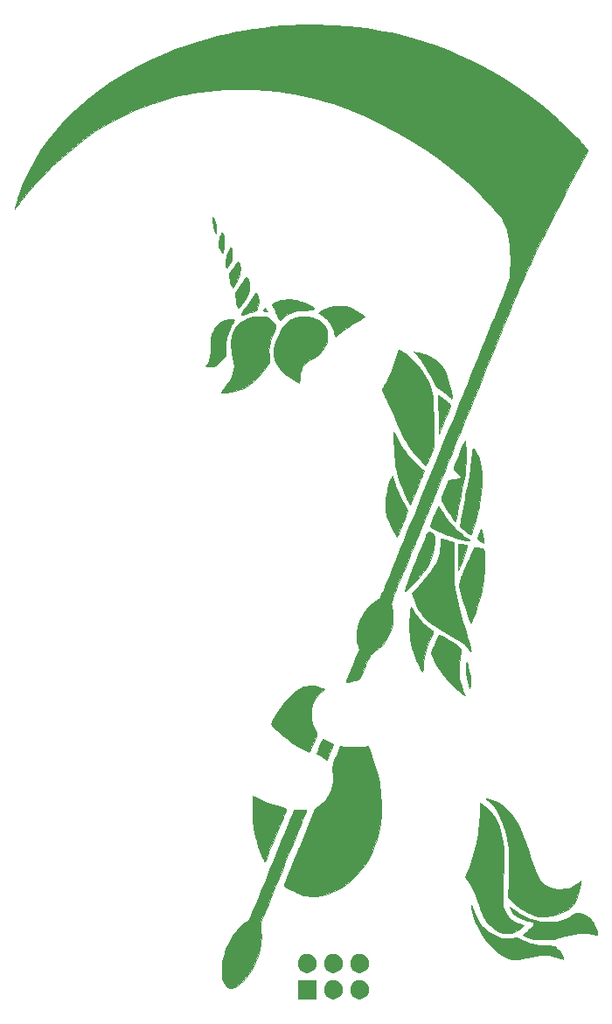
<source format=gbr>
G04 #@! TF.GenerationSoftware,KiCad,Pcbnew,5.1.6-c6e7f7d~87~ubuntu18.04.1*
G04 #@! TF.CreationDate,2020-08-06T21:04:51-07:00*
G04 #@! TF.ProjectId,scythe_badge,73637974-6865-45f6-9261-6467652e6b69,rev?*
G04 #@! TF.SameCoordinates,Original*
G04 #@! TF.FileFunction,Soldermask,Top*
G04 #@! TF.FilePolarity,Negative*
%FSLAX46Y46*%
G04 Gerber Fmt 4.6, Leading zero omitted, Abs format (unit mm)*
G04 Created by KiCad (PCBNEW 5.1.6-c6e7f7d~87~ubuntu18.04.1) date 2020-08-06 21:04:51*
%MOMM*%
%LPD*%
G01*
G04 APERTURE LIST*
%ADD10C,0.010000*%
%ADD11C,0.100000*%
G04 APERTURE END LIST*
D10*
G36*
X161110772Y-119352264D02*
G01*
X161168909Y-119357041D01*
X161376579Y-119371211D01*
X161597710Y-119381077D01*
X161765491Y-119384334D01*
X161881329Y-119383204D01*
X161959400Y-119387920D01*
X162001032Y-119410640D01*
X162007548Y-119463519D01*
X161980274Y-119558715D01*
X161920537Y-119708385D01*
X161829660Y-119924686D01*
X161825492Y-119934667D01*
X161770391Y-120067786D01*
X161688369Y-120267446D01*
X161584297Y-120521713D01*
X161463049Y-120818658D01*
X161329495Y-121146350D01*
X161188509Y-121492856D01*
X161056224Y-121818500D01*
X160700686Y-122694245D01*
X160351415Y-123554198D01*
X160011347Y-124391142D01*
X159683417Y-125197862D01*
X159370559Y-125967141D01*
X159075710Y-126691764D01*
X158801804Y-127364512D01*
X158551777Y-127978172D01*
X158328565Y-128525526D01*
X158192231Y-128859508D01*
X158054695Y-129199447D01*
X157927751Y-129519331D01*
X157814984Y-129809654D01*
X157719982Y-130060913D01*
X157646333Y-130263603D01*
X157597622Y-130408219D01*
X157577438Y-130485259D01*
X157577108Y-130489342D01*
X157580914Y-130591766D01*
X157594860Y-130749988D01*
X157616314Y-130936110D01*
X157626467Y-131012546D01*
X157670240Y-131624061D01*
X157638577Y-132253112D01*
X157535552Y-132888133D01*
X157365235Y-133517555D01*
X157131699Y-134129811D01*
X156839014Y-134713333D01*
X156491254Y-135256553D01*
X156092490Y-135747903D01*
X155884339Y-135961760D01*
X155654754Y-136172704D01*
X155454168Y-136329652D01*
X155261266Y-136446699D01*
X155054728Y-136537940D01*
X154964334Y-136570094D01*
X154814953Y-136619955D01*
X154718270Y-136644956D01*
X154646115Y-136645319D01*
X154570318Y-136621260D01*
X154464862Y-136573976D01*
X154278393Y-136445604D01*
X154111170Y-136242395D01*
X153970138Y-135973279D01*
X153941180Y-135900464D01*
X153909652Y-135810549D01*
X153887015Y-135723848D01*
X153872261Y-135625404D01*
X153864382Y-135500263D01*
X153862371Y-135333469D01*
X153865220Y-135110066D01*
X153870889Y-134857167D01*
X153878960Y-134565778D01*
X153888547Y-134340082D01*
X153901900Y-134161109D01*
X153921266Y-134009890D01*
X153948894Y-133867453D01*
X153987030Y-133714829D01*
X154020599Y-133593834D01*
X154260975Y-132869791D01*
X154553839Y-132210828D01*
X154900855Y-131614306D01*
X155303690Y-131077587D01*
X155764007Y-130598034D01*
X156085461Y-130323138D01*
X156242605Y-130192265D01*
X156381498Y-130065103D01*
X156483568Y-129959261D01*
X156522059Y-129909125D01*
X156552491Y-129854746D01*
X156591782Y-129775479D01*
X156642347Y-129665584D01*
X156706599Y-129519322D01*
X156786955Y-129330954D01*
X156885830Y-129094739D01*
X157005638Y-128804939D01*
X157148795Y-128455812D01*
X157317715Y-128041621D01*
X157514814Y-127556625D01*
X157592898Y-127364167D01*
X157698027Y-127105028D01*
X157831199Y-126776879D01*
X157988585Y-126389149D01*
X158166356Y-125951265D01*
X158360686Y-125472656D01*
X158567744Y-124962751D01*
X158783702Y-124430978D01*
X159004732Y-123886766D01*
X159227006Y-123339543D01*
X159446695Y-122798738D01*
X159466562Y-122749834D01*
X159669768Y-122249492D01*
X159864114Y-121770684D01*
X160047193Y-121319359D01*
X160216597Y-120901466D01*
X160369917Y-120522954D01*
X160504746Y-120189772D01*
X160618676Y-119907869D01*
X160709299Y-119683194D01*
X160774206Y-119521697D01*
X160810990Y-119429326D01*
X160818425Y-119409958D01*
X160840304Y-119369785D01*
X160883686Y-119348686D01*
X160967524Y-119343799D01*
X161110772Y-119352264D01*
G37*
X161110772Y-119352264D02*
X161168909Y-119357041D01*
X161376579Y-119371211D01*
X161597710Y-119381077D01*
X161765491Y-119384334D01*
X161881329Y-119383204D01*
X161959400Y-119387920D01*
X162001032Y-119410640D01*
X162007548Y-119463519D01*
X161980274Y-119558715D01*
X161920537Y-119708385D01*
X161829660Y-119924686D01*
X161825492Y-119934667D01*
X161770391Y-120067786D01*
X161688369Y-120267446D01*
X161584297Y-120521713D01*
X161463049Y-120818658D01*
X161329495Y-121146350D01*
X161188509Y-121492856D01*
X161056224Y-121818500D01*
X160700686Y-122694245D01*
X160351415Y-123554198D01*
X160011347Y-124391142D01*
X159683417Y-125197862D01*
X159370559Y-125967141D01*
X159075710Y-126691764D01*
X158801804Y-127364512D01*
X158551777Y-127978172D01*
X158328565Y-128525526D01*
X158192231Y-128859508D01*
X158054695Y-129199447D01*
X157927751Y-129519331D01*
X157814984Y-129809654D01*
X157719982Y-130060913D01*
X157646333Y-130263603D01*
X157597622Y-130408219D01*
X157577438Y-130485259D01*
X157577108Y-130489342D01*
X157580914Y-130591766D01*
X157594860Y-130749988D01*
X157616314Y-130936110D01*
X157626467Y-131012546D01*
X157670240Y-131624061D01*
X157638577Y-132253112D01*
X157535552Y-132888133D01*
X157365235Y-133517555D01*
X157131699Y-134129811D01*
X156839014Y-134713333D01*
X156491254Y-135256553D01*
X156092490Y-135747903D01*
X155884339Y-135961760D01*
X155654754Y-136172704D01*
X155454168Y-136329652D01*
X155261266Y-136446699D01*
X155054728Y-136537940D01*
X154964334Y-136570094D01*
X154814953Y-136619955D01*
X154718270Y-136644956D01*
X154646115Y-136645319D01*
X154570318Y-136621260D01*
X154464862Y-136573976D01*
X154278393Y-136445604D01*
X154111170Y-136242395D01*
X153970138Y-135973279D01*
X153941180Y-135900464D01*
X153909652Y-135810549D01*
X153887015Y-135723848D01*
X153872261Y-135625404D01*
X153864382Y-135500263D01*
X153862371Y-135333469D01*
X153865220Y-135110066D01*
X153870889Y-134857167D01*
X153878960Y-134565778D01*
X153888547Y-134340082D01*
X153901900Y-134161109D01*
X153921266Y-134009890D01*
X153948894Y-133867453D01*
X153987030Y-133714829D01*
X154020599Y-133593834D01*
X154260975Y-132869791D01*
X154553839Y-132210828D01*
X154900855Y-131614306D01*
X155303690Y-131077587D01*
X155764007Y-130598034D01*
X156085461Y-130323138D01*
X156242605Y-130192265D01*
X156381498Y-130065103D01*
X156483568Y-129959261D01*
X156522059Y-129909125D01*
X156552491Y-129854746D01*
X156591782Y-129775479D01*
X156642347Y-129665584D01*
X156706599Y-129519322D01*
X156786955Y-129330954D01*
X156885830Y-129094739D01*
X157005638Y-128804939D01*
X157148795Y-128455812D01*
X157317715Y-128041621D01*
X157514814Y-127556625D01*
X157592898Y-127364167D01*
X157698027Y-127105028D01*
X157831199Y-126776879D01*
X157988585Y-126389149D01*
X158166356Y-125951265D01*
X158360686Y-125472656D01*
X158567744Y-124962751D01*
X158783702Y-124430978D01*
X159004732Y-123886766D01*
X159227006Y-123339543D01*
X159446695Y-122798738D01*
X159466562Y-122749834D01*
X159669768Y-122249492D01*
X159864114Y-121770684D01*
X160047193Y-121319359D01*
X160216597Y-120901466D01*
X160369917Y-120522954D01*
X160504746Y-120189772D01*
X160618676Y-119907869D01*
X160709299Y-119683194D01*
X160774206Y-119521697D01*
X160810990Y-119429326D01*
X160818425Y-119409958D01*
X160840304Y-119369785D01*
X160883686Y-119348686D01*
X160967524Y-119343799D01*
X161110772Y-119352264D01*
G36*
X178027761Y-128651978D02*
G01*
X178064777Y-128746339D01*
X178114342Y-128886617D01*
X178138805Y-128959565D01*
X178260351Y-129281994D01*
X178417115Y-129630596D01*
X178592554Y-129971534D01*
X178770126Y-130270970D01*
X178807553Y-130327500D01*
X179043897Y-130625969D01*
X179334262Y-130912436D01*
X179662641Y-131176231D01*
X180013029Y-131406687D01*
X180369417Y-131593133D01*
X180715801Y-131724902D01*
X180996986Y-131786816D01*
X181279435Y-131813985D01*
X181576919Y-131826423D01*
X181863364Y-131824184D01*
X182112692Y-131807322D01*
X182263874Y-131784215D01*
X182404459Y-131760427D01*
X182505305Y-131766455D01*
X182607333Y-131806383D01*
X182636375Y-131821375D01*
X182940638Y-131980484D01*
X183185638Y-132103737D01*
X183385597Y-132197327D01*
X183554739Y-132267449D01*
X183707285Y-132320296D01*
X183857460Y-132362062D01*
X183903622Y-132373227D01*
X184103751Y-132419352D01*
X184271188Y-132454503D01*
X184424524Y-132480885D01*
X184582352Y-132500703D01*
X184763264Y-132516162D01*
X184985850Y-132529467D01*
X185268703Y-132542823D01*
X185371419Y-132547314D01*
X186135322Y-132580401D01*
X186339163Y-132808617D01*
X186530054Y-133044400D01*
X186701261Y-133297183D01*
X186835922Y-133540449D01*
X186898522Y-133688338D01*
X186931682Y-133793215D01*
X186943848Y-133855181D01*
X186941021Y-133862334D01*
X186896312Y-133848146D01*
X186789029Y-133809594D01*
X186635628Y-133752696D01*
X186466649Y-133688838D01*
X186135828Y-133571046D01*
X185831516Y-133483209D01*
X185540463Y-133425409D01*
X185249420Y-133397729D01*
X184945135Y-133400251D01*
X184614360Y-133433059D01*
X184243844Y-133496234D01*
X183820338Y-133589859D01*
X183352477Y-133708237D01*
X182925564Y-133805971D01*
X182553884Y-133857113D01*
X182222299Y-133862151D01*
X181915671Y-133821571D01*
X181693167Y-133761554D01*
X181218999Y-133571258D01*
X180770770Y-133317520D01*
X180343578Y-132996140D01*
X179932524Y-132602914D01*
X179532706Y-132133639D01*
X179139223Y-131584114D01*
X179120095Y-131555167D01*
X178978216Y-131325163D01*
X178822812Y-131048959D01*
X178664538Y-130747819D01*
X178514050Y-130443007D01*
X178382003Y-130155789D01*
X178279052Y-129907428D01*
X178239766Y-129798334D01*
X178204058Y-129674646D01*
X178163307Y-129508025D01*
X178121046Y-129316569D01*
X178080811Y-129118379D01*
X178046133Y-128931555D01*
X178020547Y-128774195D01*
X178007586Y-128664400D01*
X178009905Y-128620899D01*
X178027761Y-128651978D01*
G37*
X178027761Y-128651978D02*
X178064777Y-128746339D01*
X178114342Y-128886617D01*
X178138805Y-128959565D01*
X178260351Y-129281994D01*
X178417115Y-129630596D01*
X178592554Y-129971534D01*
X178770126Y-130270970D01*
X178807553Y-130327500D01*
X179043897Y-130625969D01*
X179334262Y-130912436D01*
X179662641Y-131176231D01*
X180013029Y-131406687D01*
X180369417Y-131593133D01*
X180715801Y-131724902D01*
X180996986Y-131786816D01*
X181279435Y-131813985D01*
X181576919Y-131826423D01*
X181863364Y-131824184D01*
X182112692Y-131807322D01*
X182263874Y-131784215D01*
X182404459Y-131760427D01*
X182505305Y-131766455D01*
X182607333Y-131806383D01*
X182636375Y-131821375D01*
X182940638Y-131980484D01*
X183185638Y-132103737D01*
X183385597Y-132197327D01*
X183554739Y-132267449D01*
X183707285Y-132320296D01*
X183857460Y-132362062D01*
X183903622Y-132373227D01*
X184103751Y-132419352D01*
X184271188Y-132454503D01*
X184424524Y-132480885D01*
X184582352Y-132500703D01*
X184763264Y-132516162D01*
X184985850Y-132529467D01*
X185268703Y-132542823D01*
X185371419Y-132547314D01*
X186135322Y-132580401D01*
X186339163Y-132808617D01*
X186530054Y-133044400D01*
X186701261Y-133297183D01*
X186835922Y-133540449D01*
X186898522Y-133688338D01*
X186931682Y-133793215D01*
X186943848Y-133855181D01*
X186941021Y-133862334D01*
X186896312Y-133848146D01*
X186789029Y-133809594D01*
X186635628Y-133752696D01*
X186466649Y-133688838D01*
X186135828Y-133571046D01*
X185831516Y-133483209D01*
X185540463Y-133425409D01*
X185249420Y-133397729D01*
X184945135Y-133400251D01*
X184614360Y-133433059D01*
X184243844Y-133496234D01*
X183820338Y-133589859D01*
X183352477Y-133708237D01*
X182925564Y-133805971D01*
X182553884Y-133857113D01*
X182222299Y-133862151D01*
X181915671Y-133821571D01*
X181693167Y-133761554D01*
X181218999Y-133571258D01*
X180770770Y-133317520D01*
X180343578Y-132996140D01*
X179932524Y-132602914D01*
X179532706Y-132133639D01*
X179139223Y-131584114D01*
X179120095Y-131555167D01*
X178978216Y-131325163D01*
X178822812Y-131048959D01*
X178664538Y-130747819D01*
X178514050Y-130443007D01*
X178382003Y-130155789D01*
X178279052Y-129907428D01*
X178239766Y-129798334D01*
X178204058Y-129674646D01*
X178163307Y-129508025D01*
X178121046Y-129316569D01*
X178080811Y-129118379D01*
X178046133Y-128931555D01*
X178020547Y-128774195D01*
X178007586Y-128664400D01*
X178009905Y-128620899D01*
X178027761Y-128651978D01*
G36*
X181759123Y-128783326D02*
G01*
X181844062Y-128834796D01*
X181962695Y-128922831D01*
X182033011Y-128980056D01*
X182582025Y-129385392D01*
X183172182Y-129716917D01*
X183801853Y-129973890D01*
X184469408Y-130155568D01*
X184715205Y-130201816D01*
X184995942Y-130235771D01*
X185317769Y-130253660D01*
X185657113Y-130256001D01*
X185990402Y-130243311D01*
X186294061Y-130216106D01*
X186544519Y-130174902D01*
X186603833Y-130160409D01*
X186935187Y-130046646D01*
X187291027Y-129881506D01*
X187642275Y-129679182D01*
X187785466Y-129583720D01*
X187982080Y-129456679D01*
X188139520Y-129380435D01*
X188277939Y-129345384D01*
X188288165Y-129344142D01*
X188519269Y-129354116D01*
X188777541Y-129425115D01*
X189043699Y-129547377D01*
X189298462Y-129711138D01*
X189522550Y-129906635D01*
X189622168Y-130019629D01*
X189742609Y-130195090D01*
X189865854Y-130414984D01*
X189983234Y-130658962D01*
X190086077Y-130906673D01*
X190165716Y-131137770D01*
X190213480Y-131331901D01*
X190223333Y-131430684D01*
X190204149Y-131479488D01*
X190133941Y-131473626D01*
X190128083Y-131471838D01*
X189729428Y-131363950D01*
X189361821Y-131302169D01*
X188989445Y-131280661D01*
X188953333Y-131280501D01*
X188627195Y-131289730D01*
X188307397Y-131319899D01*
X187974652Y-131374367D01*
X187609671Y-131456491D01*
X187193164Y-131569632D01*
X187048065Y-131612276D01*
X186780953Y-131688786D01*
X186506573Y-131761916D01*
X186249953Y-131825355D01*
X186036119Y-131872793D01*
X185950790Y-131888932D01*
X185680849Y-131923079D01*
X185362504Y-131944195D01*
X185021714Y-131952213D01*
X184684438Y-131947067D01*
X184376636Y-131928689D01*
X184124267Y-131897012D01*
X184106167Y-131893697D01*
X183802681Y-131823055D01*
X183515586Y-131731679D01*
X183271603Y-131628752D01*
X183164872Y-131570177D01*
X183015303Y-131477738D01*
X183137401Y-131393206D01*
X183213801Y-131331198D01*
X183333509Y-131223453D01*
X183480590Y-131084719D01*
X183639107Y-130929746D01*
X183651083Y-130917809D01*
X183817399Y-130748546D01*
X183930414Y-130623922D01*
X183999429Y-130531567D01*
X184033742Y-130459115D01*
X184042667Y-130396961D01*
X184035340Y-130322194D01*
X184005057Y-130264999D01*
X183939361Y-130219085D01*
X183825797Y-130178160D01*
X183651910Y-130135931D01*
X183441127Y-130093091D01*
X182998367Y-129978345D01*
X182616988Y-129820147D01*
X182302470Y-129621188D01*
X182105593Y-129437761D01*
X181980349Y-129283648D01*
X181869037Y-129122199D01*
X181782182Y-128971546D01*
X181730305Y-128849824D01*
X181722790Y-128778129D01*
X181759123Y-128783326D01*
G37*
X181759123Y-128783326D02*
X181844062Y-128834796D01*
X181962695Y-128922831D01*
X182033011Y-128980056D01*
X182582025Y-129385392D01*
X183172182Y-129716917D01*
X183801853Y-129973890D01*
X184469408Y-130155568D01*
X184715205Y-130201816D01*
X184995942Y-130235771D01*
X185317769Y-130253660D01*
X185657113Y-130256001D01*
X185990402Y-130243311D01*
X186294061Y-130216106D01*
X186544519Y-130174902D01*
X186603833Y-130160409D01*
X186935187Y-130046646D01*
X187291027Y-129881506D01*
X187642275Y-129679182D01*
X187785466Y-129583720D01*
X187982080Y-129456679D01*
X188139520Y-129380435D01*
X188277939Y-129345384D01*
X188288165Y-129344142D01*
X188519269Y-129354116D01*
X188777541Y-129425115D01*
X189043699Y-129547377D01*
X189298462Y-129711138D01*
X189522550Y-129906635D01*
X189622168Y-130019629D01*
X189742609Y-130195090D01*
X189865854Y-130414984D01*
X189983234Y-130658962D01*
X190086077Y-130906673D01*
X190165716Y-131137770D01*
X190213480Y-131331901D01*
X190223333Y-131430684D01*
X190204149Y-131479488D01*
X190133941Y-131473626D01*
X190128083Y-131471838D01*
X189729428Y-131363950D01*
X189361821Y-131302169D01*
X188989445Y-131280661D01*
X188953333Y-131280501D01*
X188627195Y-131289730D01*
X188307397Y-131319899D01*
X187974652Y-131374367D01*
X187609671Y-131456491D01*
X187193164Y-131569632D01*
X187048065Y-131612276D01*
X186780953Y-131688786D01*
X186506573Y-131761916D01*
X186249953Y-131825355D01*
X186036119Y-131872793D01*
X185950790Y-131888932D01*
X185680849Y-131923079D01*
X185362504Y-131944195D01*
X185021714Y-131952213D01*
X184684438Y-131947067D01*
X184376636Y-131928689D01*
X184124267Y-131897012D01*
X184106167Y-131893697D01*
X183802681Y-131823055D01*
X183515586Y-131731679D01*
X183271603Y-131628752D01*
X183164872Y-131570177D01*
X183015303Y-131477738D01*
X183137401Y-131393206D01*
X183213801Y-131331198D01*
X183333509Y-131223453D01*
X183480590Y-131084719D01*
X183639107Y-130929746D01*
X183651083Y-130917809D01*
X183817399Y-130748546D01*
X183930414Y-130623922D01*
X183999429Y-130531567D01*
X184033742Y-130459115D01*
X184042667Y-130396961D01*
X184035340Y-130322194D01*
X184005057Y-130264999D01*
X183939361Y-130219085D01*
X183825797Y-130178160D01*
X183651910Y-130135931D01*
X183441127Y-130093091D01*
X182998367Y-129978345D01*
X182616988Y-129820147D01*
X182302470Y-129621188D01*
X182105593Y-129437761D01*
X181980349Y-129283648D01*
X181869037Y-129122199D01*
X181782182Y-128971546D01*
X181730305Y-128849824D01*
X181722790Y-128778129D01*
X181759123Y-128783326D01*
G36*
X179174333Y-118921623D02*
G01*
X179426712Y-119109493D01*
X179690971Y-119349243D01*
X179942505Y-119616353D01*
X180156712Y-119886301D01*
X180189344Y-119933210D01*
X180411324Y-120315941D01*
X180609278Y-120771375D01*
X180780644Y-121290314D01*
X180922860Y-121863561D01*
X181033364Y-122481916D01*
X181109595Y-123136183D01*
X181121138Y-123279000D01*
X181142779Y-123611816D01*
X181156063Y-123930984D01*
X181160843Y-124253417D01*
X181156975Y-124596028D01*
X181144313Y-124975730D01*
X181122711Y-125409436D01*
X181099452Y-125797834D01*
X181067130Y-126376168D01*
X181045747Y-126909763D01*
X181035302Y-127391966D01*
X181035798Y-127816122D01*
X181047237Y-128175576D01*
X181069618Y-128463676D01*
X181098881Y-128655334D01*
X181182797Y-128953699D01*
X181303693Y-129253278D01*
X181448274Y-129525428D01*
X181602763Y-129740955D01*
X181855855Y-129974288D01*
X182186239Y-130181338D01*
X182595806Y-130363274D01*
X182635459Y-130378032D01*
X182808659Y-130442705D01*
X182950365Y-130497709D01*
X183042856Y-130536039D01*
X183069000Y-130549357D01*
X183053302Y-130587219D01*
X182984032Y-130661822D01*
X182876229Y-130760300D01*
X182744936Y-130869790D01*
X182605193Y-130977428D01*
X182472040Y-131070350D01*
X182425969Y-131099325D01*
X182144474Y-131229582D01*
X181824235Y-131300824D01*
X181456575Y-131314210D01*
X181083771Y-131278594D01*
X180807298Y-131206848D01*
X180508200Y-131074396D01*
X180207710Y-130892957D01*
X179927062Y-130674248D01*
X179836928Y-130590553D01*
X179684045Y-130436334D01*
X179552072Y-130288776D01*
X179435533Y-130137355D01*
X179328951Y-129971547D01*
X179226850Y-129780827D01*
X179123754Y-129554671D01*
X179014185Y-129282555D01*
X178892669Y-128953953D01*
X178753727Y-128558342D01*
X178703452Y-128412262D01*
X178521189Y-127899961D01*
X178350001Y-127461082D01*
X178185094Y-127085880D01*
X178021674Y-126764611D01*
X177854948Y-126487530D01*
X177680120Y-126244894D01*
X177574611Y-126117815D01*
X177410506Y-125929797D01*
X177618945Y-125464182D01*
X177827462Y-124959685D01*
X178028804Y-124399686D01*
X178213876Y-123813328D01*
X178373582Y-123229754D01*
X178498828Y-122678108D01*
X178515989Y-122589861D01*
X178599889Y-122129768D01*
X178667584Y-121716106D01*
X178721816Y-121325426D01*
X178765325Y-120934275D01*
X178800852Y-120519204D01*
X178831138Y-120056763D01*
X178847663Y-119752101D01*
X178899167Y-118744034D01*
X179174333Y-118921623D01*
G37*
X179174333Y-118921623D02*
X179426712Y-119109493D01*
X179690971Y-119349243D01*
X179942505Y-119616353D01*
X180156712Y-119886301D01*
X180189344Y-119933210D01*
X180411324Y-120315941D01*
X180609278Y-120771375D01*
X180780644Y-121290314D01*
X180922860Y-121863561D01*
X181033364Y-122481916D01*
X181109595Y-123136183D01*
X181121138Y-123279000D01*
X181142779Y-123611816D01*
X181156063Y-123930984D01*
X181160843Y-124253417D01*
X181156975Y-124596028D01*
X181144313Y-124975730D01*
X181122711Y-125409436D01*
X181099452Y-125797834D01*
X181067130Y-126376168D01*
X181045747Y-126909763D01*
X181035302Y-127391966D01*
X181035798Y-127816122D01*
X181047237Y-128175576D01*
X181069618Y-128463676D01*
X181098881Y-128655334D01*
X181182797Y-128953699D01*
X181303693Y-129253278D01*
X181448274Y-129525428D01*
X181602763Y-129740955D01*
X181855855Y-129974288D01*
X182186239Y-130181338D01*
X182595806Y-130363274D01*
X182635459Y-130378032D01*
X182808659Y-130442705D01*
X182950365Y-130497709D01*
X183042856Y-130536039D01*
X183069000Y-130549357D01*
X183053302Y-130587219D01*
X182984032Y-130661822D01*
X182876229Y-130760300D01*
X182744936Y-130869790D01*
X182605193Y-130977428D01*
X182472040Y-131070350D01*
X182425969Y-131099325D01*
X182144474Y-131229582D01*
X181824235Y-131300824D01*
X181456575Y-131314210D01*
X181083771Y-131278594D01*
X180807298Y-131206848D01*
X180508200Y-131074396D01*
X180207710Y-130892957D01*
X179927062Y-130674248D01*
X179836928Y-130590553D01*
X179684045Y-130436334D01*
X179552072Y-130288776D01*
X179435533Y-130137355D01*
X179328951Y-129971547D01*
X179226850Y-129780827D01*
X179123754Y-129554671D01*
X179014185Y-129282555D01*
X178892669Y-128953953D01*
X178753727Y-128558342D01*
X178703452Y-128412262D01*
X178521189Y-127899961D01*
X178350001Y-127461082D01*
X178185094Y-127085880D01*
X178021674Y-126764611D01*
X177854948Y-126487530D01*
X177680120Y-126244894D01*
X177574611Y-126117815D01*
X177410506Y-125929797D01*
X177618945Y-125464182D01*
X177827462Y-124959685D01*
X178028804Y-124399686D01*
X178213876Y-123813328D01*
X178373582Y-123229754D01*
X178498828Y-122678108D01*
X178515989Y-122589861D01*
X178599889Y-122129768D01*
X178667584Y-121716106D01*
X178721816Y-121325426D01*
X178765325Y-120934275D01*
X178800852Y-120519204D01*
X178831138Y-120056763D01*
X178847663Y-119752101D01*
X178899167Y-118744034D01*
X179174333Y-118921623D01*
G36*
X179555362Y-118296653D02*
G01*
X179719925Y-118342474D01*
X179812925Y-118372076D01*
X180316255Y-118564666D01*
X180773503Y-118802249D01*
X181189961Y-119090330D01*
X181570917Y-119434416D01*
X181921661Y-119840015D01*
X182247483Y-120312633D01*
X182553673Y-120857776D01*
X182845520Y-121480952D01*
X182882531Y-121567625D01*
X182941621Y-121716314D01*
X183022440Y-121932833D01*
X183120509Y-122204505D01*
X183231351Y-122518653D01*
X183350488Y-122862598D01*
X183473443Y-123223662D01*
X183584128Y-123554167D01*
X183765544Y-124092446D01*
X183928112Y-124556462D01*
X184075003Y-124953704D01*
X184209391Y-125291659D01*
X184334450Y-125577817D01*
X184453351Y-125819668D01*
X184569269Y-126024699D01*
X184685376Y-126200399D01*
X184732090Y-126263500D01*
X184996771Y-126557867D01*
X185291747Y-126783591D01*
X185624436Y-126943679D01*
X186002254Y-127041138D01*
X186432621Y-127078975D01*
X186730833Y-127073721D01*
X187089266Y-127043988D01*
X187387400Y-126989762D01*
X187648147Y-126902187D01*
X187894418Y-126772407D01*
X188149125Y-126591564D01*
X188302005Y-126466367D01*
X188583986Y-126227145D01*
X188553725Y-126478156D01*
X188504690Y-126797924D01*
X188434341Y-127141080D01*
X188350255Y-127475579D01*
X188260012Y-127769377D01*
X188226686Y-127861072D01*
X188049176Y-128245521D01*
X187828796Y-128577400D01*
X187558407Y-128862509D01*
X187230875Y-129106646D01*
X186839061Y-129315609D01*
X186375831Y-129495198D01*
X186117000Y-129575272D01*
X185882483Y-129627706D01*
X185599813Y-129667481D01*
X185291151Y-129693712D01*
X184978658Y-129705514D01*
X184684497Y-129702002D01*
X184430828Y-129682292D01*
X184254333Y-129649661D01*
X184066852Y-129585121D01*
X183828831Y-129483727D01*
X183560148Y-129355636D01*
X183280679Y-129211002D01*
X183010304Y-129059982D01*
X182768898Y-128912732D01*
X182634244Y-128821939D01*
X182447333Y-128678368D01*
X182235856Y-128499388D01*
X182031738Y-128312653D01*
X181926494Y-128208819D01*
X181576279Y-127850020D01*
X181603141Y-127395427D01*
X181609678Y-127252529D01*
X181616975Y-127036958D01*
X181624745Y-126760701D01*
X181632700Y-126435745D01*
X181640552Y-126074077D01*
X181648013Y-125687683D01*
X181654796Y-125288552D01*
X181656735Y-125162834D01*
X181663130Y-124710647D01*
X181667359Y-124332819D01*
X181669212Y-124019066D01*
X181668481Y-123759103D01*
X181664954Y-123542644D01*
X181658424Y-123359405D01*
X181648682Y-123199101D01*
X181635517Y-123051447D01*
X181618721Y-122906159D01*
X181609366Y-122834672D01*
X181481884Y-122092572D01*
X181305800Y-121388029D01*
X181084081Y-120727491D01*
X180819691Y-120117407D01*
X180515596Y-119564227D01*
X180174762Y-119074399D01*
X179800155Y-118654373D01*
X179604793Y-118475676D01*
X179492380Y-118373540D01*
X179444638Y-118310669D01*
X179464616Y-118285546D01*
X179555362Y-118296653D01*
G37*
X179555362Y-118296653D02*
X179719925Y-118342474D01*
X179812925Y-118372076D01*
X180316255Y-118564666D01*
X180773503Y-118802249D01*
X181189961Y-119090330D01*
X181570917Y-119434416D01*
X181921661Y-119840015D01*
X182247483Y-120312633D01*
X182553673Y-120857776D01*
X182845520Y-121480952D01*
X182882531Y-121567625D01*
X182941621Y-121716314D01*
X183022440Y-121932833D01*
X183120509Y-122204505D01*
X183231351Y-122518653D01*
X183350488Y-122862598D01*
X183473443Y-123223662D01*
X183584128Y-123554167D01*
X183765544Y-124092446D01*
X183928112Y-124556462D01*
X184075003Y-124953704D01*
X184209391Y-125291659D01*
X184334450Y-125577817D01*
X184453351Y-125819668D01*
X184569269Y-126024699D01*
X184685376Y-126200399D01*
X184732090Y-126263500D01*
X184996771Y-126557867D01*
X185291747Y-126783591D01*
X185624436Y-126943679D01*
X186002254Y-127041138D01*
X186432621Y-127078975D01*
X186730833Y-127073721D01*
X187089266Y-127043988D01*
X187387400Y-126989762D01*
X187648147Y-126902187D01*
X187894418Y-126772407D01*
X188149125Y-126591564D01*
X188302005Y-126466367D01*
X188583986Y-126227145D01*
X188553725Y-126478156D01*
X188504690Y-126797924D01*
X188434341Y-127141080D01*
X188350255Y-127475579D01*
X188260012Y-127769377D01*
X188226686Y-127861072D01*
X188049176Y-128245521D01*
X187828796Y-128577400D01*
X187558407Y-128862509D01*
X187230875Y-129106646D01*
X186839061Y-129315609D01*
X186375831Y-129495198D01*
X186117000Y-129575272D01*
X185882483Y-129627706D01*
X185599813Y-129667481D01*
X185291151Y-129693712D01*
X184978658Y-129705514D01*
X184684497Y-129702002D01*
X184430828Y-129682292D01*
X184254333Y-129649661D01*
X184066852Y-129585121D01*
X183828831Y-129483727D01*
X183560148Y-129355636D01*
X183280679Y-129211002D01*
X183010304Y-129059982D01*
X182768898Y-128912732D01*
X182634244Y-128821939D01*
X182447333Y-128678368D01*
X182235856Y-128499388D01*
X182031738Y-128312653D01*
X181926494Y-128208819D01*
X181576279Y-127850020D01*
X181603141Y-127395427D01*
X181609678Y-127252529D01*
X181616975Y-127036958D01*
X181624745Y-126760701D01*
X181632700Y-126435745D01*
X181640552Y-126074077D01*
X181648013Y-125687683D01*
X181654796Y-125288552D01*
X181656735Y-125162834D01*
X181663130Y-124710647D01*
X181667359Y-124332819D01*
X181669212Y-124019066D01*
X181668481Y-123759103D01*
X181664954Y-123542644D01*
X181658424Y-123359405D01*
X181648682Y-123199101D01*
X181635517Y-123051447D01*
X181618721Y-122906159D01*
X181609366Y-122834672D01*
X181481884Y-122092572D01*
X181305800Y-121388029D01*
X181084081Y-120727491D01*
X180819691Y-120117407D01*
X180515596Y-119564227D01*
X180174762Y-119074399D01*
X179800155Y-118654373D01*
X179604793Y-118475676D01*
X179492380Y-118373540D01*
X179444638Y-118310669D01*
X179464616Y-118285546D01*
X179555362Y-118296653D01*
G36*
X168189788Y-113618959D02*
G01*
X168569931Y-114695682D01*
X168871701Y-115752782D01*
X169094962Y-116788878D01*
X169239577Y-117802587D01*
X169305410Y-118792528D01*
X169292326Y-119757319D01*
X169200187Y-120695578D01*
X169028859Y-121605923D01*
X168991721Y-121758310D01*
X168838200Y-122287939D01*
X168642380Y-122837046D01*
X168413613Y-123384742D01*
X168161252Y-123910136D01*
X167894650Y-124392341D01*
X167628483Y-124803000D01*
X167483154Y-124991299D01*
X167291430Y-125216333D01*
X167067032Y-125464042D01*
X166823680Y-125720364D01*
X166575093Y-125971239D01*
X166334992Y-126202605D01*
X166117096Y-126400402D01*
X165935126Y-126550568D01*
X165892462Y-126582177D01*
X165302881Y-126965086D01*
X164709902Y-127273072D01*
X164117879Y-127504895D01*
X163531167Y-127659315D01*
X162954122Y-127735090D01*
X162391098Y-127730981D01*
X162026388Y-127683377D01*
X161795344Y-127637706D01*
X161593952Y-127587911D01*
X161402980Y-127526806D01*
X161203196Y-127447204D01*
X160975366Y-127341921D01*
X160700259Y-127203771D01*
X160590000Y-127146717D01*
X160324933Y-127005335D01*
X160129622Y-126891931D01*
X159996246Y-126800562D01*
X159916986Y-126725284D01*
X159884022Y-126660153D01*
X159885722Y-126611392D01*
X159904330Y-126561680D01*
X159952652Y-126439192D01*
X160028416Y-126249546D01*
X160129352Y-125998357D01*
X160253189Y-125691243D01*
X160397657Y-125333822D01*
X160560484Y-124931710D01*
X160739400Y-124490525D01*
X160932135Y-124015883D01*
X161136418Y-123513401D01*
X161349977Y-122988697D01*
X161380386Y-122914031D01*
X162854833Y-119293982D01*
X163203977Y-119058916D01*
X163611172Y-118738954D01*
X163950882Y-118371129D01*
X164226937Y-117950352D01*
X164443169Y-117471534D01*
X164482171Y-117360644D01*
X164558318Y-117061497D01*
X164607565Y-116714560D01*
X164627153Y-116353193D01*
X164614326Y-116010759D01*
X164602359Y-115906501D01*
X164574262Y-115694517D01*
X164556898Y-115518888D01*
X164553142Y-115364967D01*
X164565867Y-115218106D01*
X164597947Y-115063659D01*
X164652254Y-114886978D01*
X164731664Y-114673417D01*
X164839049Y-114408329D01*
X164947182Y-114148956D01*
X165340093Y-113210411D01*
X165494463Y-113238789D01*
X165590825Y-113248211D01*
X165756467Y-113255671D01*
X165976028Y-113261173D01*
X166234143Y-113264725D01*
X166515452Y-113266331D01*
X166804590Y-113265997D01*
X167086194Y-113263728D01*
X167344903Y-113259530D01*
X167565352Y-113253408D01*
X167732180Y-113245368D01*
X167813796Y-113237959D01*
X168031425Y-113208750D01*
X168189788Y-113618959D01*
G37*
X168189788Y-113618959D02*
X168569931Y-114695682D01*
X168871701Y-115752782D01*
X169094962Y-116788878D01*
X169239577Y-117802587D01*
X169305410Y-118792528D01*
X169292326Y-119757319D01*
X169200187Y-120695578D01*
X169028859Y-121605923D01*
X168991721Y-121758310D01*
X168838200Y-122287939D01*
X168642380Y-122837046D01*
X168413613Y-123384742D01*
X168161252Y-123910136D01*
X167894650Y-124392341D01*
X167628483Y-124803000D01*
X167483154Y-124991299D01*
X167291430Y-125216333D01*
X167067032Y-125464042D01*
X166823680Y-125720364D01*
X166575093Y-125971239D01*
X166334992Y-126202605D01*
X166117096Y-126400402D01*
X165935126Y-126550568D01*
X165892462Y-126582177D01*
X165302881Y-126965086D01*
X164709902Y-127273072D01*
X164117879Y-127504895D01*
X163531167Y-127659315D01*
X162954122Y-127735090D01*
X162391098Y-127730981D01*
X162026388Y-127683377D01*
X161795344Y-127637706D01*
X161593952Y-127587911D01*
X161402980Y-127526806D01*
X161203196Y-127447204D01*
X160975366Y-127341921D01*
X160700259Y-127203771D01*
X160590000Y-127146717D01*
X160324933Y-127005335D01*
X160129622Y-126891931D01*
X159996246Y-126800562D01*
X159916986Y-126725284D01*
X159884022Y-126660153D01*
X159885722Y-126611392D01*
X159904330Y-126561680D01*
X159952652Y-126439192D01*
X160028416Y-126249546D01*
X160129352Y-125998357D01*
X160253189Y-125691243D01*
X160397657Y-125333822D01*
X160560484Y-124931710D01*
X160739400Y-124490525D01*
X160932135Y-124015883D01*
X161136418Y-123513401D01*
X161349977Y-122988697D01*
X161380386Y-122914031D01*
X162854833Y-119293982D01*
X163203977Y-119058916D01*
X163611172Y-118738954D01*
X163950882Y-118371129D01*
X164226937Y-117950352D01*
X164443169Y-117471534D01*
X164482171Y-117360644D01*
X164558318Y-117061497D01*
X164607565Y-116714560D01*
X164627153Y-116353193D01*
X164614326Y-116010759D01*
X164602359Y-115906501D01*
X164574262Y-115694517D01*
X164556898Y-115518888D01*
X164553142Y-115364967D01*
X164565867Y-115218106D01*
X164597947Y-115063659D01*
X164652254Y-114886978D01*
X164731664Y-114673417D01*
X164839049Y-114408329D01*
X164947182Y-114148956D01*
X165340093Y-113210411D01*
X165494463Y-113238789D01*
X165590825Y-113248211D01*
X165756467Y-113255671D01*
X165976028Y-113261173D01*
X166234143Y-113264725D01*
X166515452Y-113266331D01*
X166804590Y-113265997D01*
X167086194Y-113263728D01*
X167344903Y-113259530D01*
X167565352Y-113253408D01*
X167732180Y-113245368D01*
X167813796Y-113237959D01*
X168031425Y-113208750D01*
X168189788Y-113618959D01*
G36*
X156953039Y-118085365D02*
G01*
X157049957Y-118128952D01*
X157201036Y-118198737D01*
X157384054Y-118284394D01*
X157542000Y-118359056D01*
X158052950Y-118586290D01*
X158560737Y-118778531D01*
X159099458Y-118948035D01*
X159435841Y-119039800D01*
X159701790Y-119111887D01*
X159891275Y-119170400D01*
X160010981Y-119217742D01*
X160067589Y-119256315D01*
X160073935Y-119269117D01*
X160062684Y-119327523D01*
X160023616Y-119450974D01*
X159961412Y-119626333D01*
X159880755Y-119840464D01*
X159786326Y-120080232D01*
X159773709Y-120111544D01*
X159487031Y-120820124D01*
X159222862Y-121470882D01*
X158982071Y-122061720D01*
X158765530Y-122590541D01*
X158574109Y-123055247D01*
X158408679Y-123453741D01*
X158270110Y-123783925D01*
X158159274Y-124043701D01*
X158077040Y-124230971D01*
X158024280Y-124343639D01*
X158002160Y-124379667D01*
X157969943Y-124344038D01*
X157912330Y-124248551D01*
X157839223Y-124110305D01*
X157799917Y-124030417D01*
X157661065Y-123711796D01*
X157517722Y-123329948D01*
X157375925Y-122905656D01*
X157241708Y-122459701D01*
X157121109Y-122012867D01*
X157020163Y-121585936D01*
X156944906Y-121199691D01*
X156911599Y-120971834D01*
X156898851Y-120830324D01*
X156885460Y-120618938D01*
X156872086Y-120352454D01*
X156859389Y-120045652D01*
X156848031Y-119713312D01*
X156838670Y-119370214D01*
X156837212Y-119306808D01*
X156808578Y-118022783D01*
X156953039Y-118085365D01*
G37*
X156953039Y-118085365D02*
X157049957Y-118128952D01*
X157201036Y-118198737D01*
X157384054Y-118284394D01*
X157542000Y-118359056D01*
X158052950Y-118586290D01*
X158560737Y-118778531D01*
X159099458Y-118948035D01*
X159435841Y-119039800D01*
X159701790Y-119111887D01*
X159891275Y-119170400D01*
X160010981Y-119217742D01*
X160067589Y-119256315D01*
X160073935Y-119269117D01*
X160062684Y-119327523D01*
X160023616Y-119450974D01*
X159961412Y-119626333D01*
X159880755Y-119840464D01*
X159786326Y-120080232D01*
X159773709Y-120111544D01*
X159487031Y-120820124D01*
X159222862Y-121470882D01*
X158982071Y-122061720D01*
X158765530Y-122590541D01*
X158574109Y-123055247D01*
X158408679Y-123453741D01*
X158270110Y-123783925D01*
X158159274Y-124043701D01*
X158077040Y-124230971D01*
X158024280Y-124343639D01*
X158002160Y-124379667D01*
X157969943Y-124344038D01*
X157912330Y-124248551D01*
X157839223Y-124110305D01*
X157799917Y-124030417D01*
X157661065Y-123711796D01*
X157517722Y-123329948D01*
X157375925Y-122905656D01*
X157241708Y-122459701D01*
X157121109Y-122012867D01*
X157020163Y-121585936D01*
X156944906Y-121199691D01*
X156911599Y-120971834D01*
X156898851Y-120830324D01*
X156885460Y-120618938D01*
X156872086Y-120352454D01*
X156859389Y-120045652D01*
X156848031Y-119713312D01*
X156838670Y-119370214D01*
X156837212Y-119306808D01*
X156808578Y-118022783D01*
X156953039Y-118085365D01*
G36*
X163688827Y-112557977D02*
G01*
X163793875Y-112599618D01*
X163941884Y-112670735D01*
X164117862Y-112764576D01*
X164139178Y-112776499D01*
X164603909Y-113037710D01*
X164565278Y-113177622D01*
X164527968Y-113289691D01*
X164460311Y-113468655D01*
X164366469Y-113704092D01*
X164250603Y-113985582D01*
X164116875Y-114302704D01*
X164102634Y-114336084D01*
X164046534Y-114456429D01*
X163999910Y-114537137D01*
X163978402Y-114558334D01*
X163931748Y-114530518D01*
X163859942Y-114463433D01*
X163858280Y-114461669D01*
X163782032Y-114397511D01*
X163654105Y-114306877D01*
X163496510Y-114204979D01*
X163416984Y-114156650D01*
X163265372Y-114066480D01*
X163143731Y-113994059D01*
X163068591Y-113949234D01*
X163052765Y-113939718D01*
X163063540Y-113900231D01*
X163102098Y-113798412D01*
X163162018Y-113649382D01*
X163236881Y-113468260D01*
X163320268Y-113270166D01*
X163405758Y-113070219D01*
X163486932Y-112883541D01*
X163557370Y-112725249D01*
X163610653Y-112610465D01*
X163640362Y-112554308D01*
X163641734Y-112552561D01*
X163688827Y-112557977D01*
G37*
X163688827Y-112557977D02*
X163793875Y-112599618D01*
X163941884Y-112670735D01*
X164117862Y-112764576D01*
X164139178Y-112776499D01*
X164603909Y-113037710D01*
X164565278Y-113177622D01*
X164527968Y-113289691D01*
X164460311Y-113468655D01*
X164366469Y-113704092D01*
X164250603Y-113985582D01*
X164116875Y-114302704D01*
X164102634Y-114336084D01*
X164046534Y-114456429D01*
X163999910Y-114537137D01*
X163978402Y-114558334D01*
X163931748Y-114530518D01*
X163859942Y-114463433D01*
X163858280Y-114461669D01*
X163782032Y-114397511D01*
X163654105Y-114306877D01*
X163496510Y-114204979D01*
X163416984Y-114156650D01*
X163265372Y-114066480D01*
X163143731Y-113994059D01*
X163068591Y-113949234D01*
X163052765Y-113939718D01*
X163063540Y-113900231D01*
X163102098Y-113798412D01*
X163162018Y-113649382D01*
X163236881Y-113468260D01*
X163320268Y-113270166D01*
X163405758Y-113070219D01*
X163486932Y-112883541D01*
X163557370Y-112725249D01*
X163610653Y-112610465D01*
X163640362Y-112554308D01*
X163641734Y-112552561D01*
X163688827Y-112557977D01*
G36*
X162828242Y-107360760D02*
G01*
X163149250Y-107448117D01*
X163515006Y-107589484D01*
X163595667Y-107624780D01*
X163828500Y-107728361D01*
X163616833Y-107872324D01*
X163395332Y-108042400D01*
X163179645Y-108242568D01*
X162988632Y-108452799D01*
X162841152Y-108653064D01*
X162781930Y-108758996D01*
X162626952Y-109176211D01*
X162535423Y-109625917D01*
X162506676Y-110091369D01*
X162540044Y-110555824D01*
X162634859Y-111002537D01*
X162790453Y-111414764D01*
X162895629Y-111610712D01*
X162972409Y-111752798D01*
X163026409Y-111880633D01*
X163045333Y-111961803D01*
X163029721Y-112043989D01*
X162986657Y-112182902D01*
X162921803Y-112365004D01*
X162840819Y-112576759D01*
X162749366Y-112804629D01*
X162653104Y-113035075D01*
X162557695Y-113254561D01*
X162468800Y-113449550D01*
X162392078Y-113606503D01*
X162333191Y-113711883D01*
X162297799Y-113752153D01*
X162296671Y-113752211D01*
X162241981Y-113736087D01*
X162134425Y-113695949D01*
X162019102Y-113649447D01*
X161673695Y-113492600D01*
X161325897Y-113306505D01*
X160968199Y-113085735D01*
X160593097Y-112824858D01*
X160193084Y-112518448D01*
X159760653Y-112161073D01*
X159288298Y-111747306D01*
X158899432Y-111393120D01*
X158584697Y-111102449D01*
X158810963Y-110681975D01*
X159213652Y-109981587D01*
X159625169Y-109360210D01*
X160044676Y-108818711D01*
X160471335Y-108357958D01*
X160904306Y-107978819D01*
X161342751Y-107682161D01*
X161785832Y-107468851D01*
X161981654Y-107401739D01*
X162259649Y-107339672D01*
X162536777Y-107325312D01*
X162828242Y-107360760D01*
G37*
X162828242Y-107360760D02*
X163149250Y-107448117D01*
X163515006Y-107589484D01*
X163595667Y-107624780D01*
X163828500Y-107728361D01*
X163616833Y-107872324D01*
X163395332Y-108042400D01*
X163179645Y-108242568D01*
X162988632Y-108452799D01*
X162841152Y-108653064D01*
X162781930Y-108758996D01*
X162626952Y-109176211D01*
X162535423Y-109625917D01*
X162506676Y-110091369D01*
X162540044Y-110555824D01*
X162634859Y-111002537D01*
X162790453Y-111414764D01*
X162895629Y-111610712D01*
X162972409Y-111752798D01*
X163026409Y-111880633D01*
X163045333Y-111961803D01*
X163029721Y-112043989D01*
X162986657Y-112182902D01*
X162921803Y-112365004D01*
X162840819Y-112576759D01*
X162749366Y-112804629D01*
X162653104Y-113035075D01*
X162557695Y-113254561D01*
X162468800Y-113449550D01*
X162392078Y-113606503D01*
X162333191Y-113711883D01*
X162297799Y-113752153D01*
X162296671Y-113752211D01*
X162241981Y-113736087D01*
X162134425Y-113695949D01*
X162019102Y-113649447D01*
X161673695Y-113492600D01*
X161325897Y-113306505D01*
X160968199Y-113085735D01*
X160593097Y-112824858D01*
X160193084Y-112518448D01*
X159760653Y-112161073D01*
X159288298Y-111747306D01*
X158899432Y-111393120D01*
X158584697Y-111102449D01*
X158810963Y-110681975D01*
X159213652Y-109981587D01*
X159625169Y-109360210D01*
X160044676Y-108818711D01*
X160471335Y-108357958D01*
X160904306Y-107978819D01*
X161342751Y-107682161D01*
X161785832Y-107468851D01*
X161981654Y-107401739D01*
X162259649Y-107339672D01*
X162536777Y-107325312D01*
X162828242Y-107360760D01*
G36*
X175161749Y-102540252D02*
G01*
X175438428Y-102688230D01*
X175728202Y-102857802D01*
X176016931Y-103039373D01*
X176290478Y-103223349D01*
X176534704Y-103400135D01*
X176735471Y-103560136D01*
X176878639Y-103693759D01*
X176904731Y-103723053D01*
X176967566Y-103813062D01*
X177002096Y-103911156D01*
X177008838Y-104034538D01*
X176988312Y-104200410D01*
X176941037Y-104425974D01*
X176927649Y-104483000D01*
X176875142Y-104772219D01*
X176837873Y-105118817D01*
X176816671Y-105496745D01*
X176812366Y-105879949D01*
X176825790Y-106242379D01*
X176857771Y-106557983D01*
X176860858Y-106578500D01*
X176937343Y-106983132D01*
X177038841Y-107384025D01*
X177157469Y-107753259D01*
X177272045Y-108034738D01*
X177331723Y-108170447D01*
X177370662Y-108273151D01*
X177381048Y-108322066D01*
X177380442Y-108323002D01*
X177343011Y-108304513D01*
X177252678Y-108241683D01*
X177122078Y-108143779D01*
X176963844Y-108020065D01*
X176924625Y-107988738D01*
X176332004Y-107482092D01*
X175812493Y-106967699D01*
X175354805Y-106431109D01*
X174947648Y-105857871D01*
X174579733Y-105233535D01*
X174249083Y-104564149D01*
X174102910Y-104243130D01*
X174325548Y-103690444D01*
X174425456Y-103448177D01*
X174533681Y-103195178D01*
X174637296Y-102961156D01*
X174723374Y-102775821D01*
X174724635Y-102773214D01*
X174901085Y-102408669D01*
X175161749Y-102540252D01*
G37*
X175161749Y-102540252D02*
X175438428Y-102688230D01*
X175728202Y-102857802D01*
X176016931Y-103039373D01*
X176290478Y-103223349D01*
X176534704Y-103400135D01*
X176735471Y-103560136D01*
X176878639Y-103693759D01*
X176904731Y-103723053D01*
X176967566Y-103813062D01*
X177002096Y-103911156D01*
X177008838Y-104034538D01*
X176988312Y-104200410D01*
X176941037Y-104425974D01*
X176927649Y-104483000D01*
X176875142Y-104772219D01*
X176837873Y-105118817D01*
X176816671Y-105496745D01*
X176812366Y-105879949D01*
X176825790Y-106242379D01*
X176857771Y-106557983D01*
X176860858Y-106578500D01*
X176937343Y-106983132D01*
X177038841Y-107384025D01*
X177157469Y-107753259D01*
X177272045Y-108034738D01*
X177331723Y-108170447D01*
X177370662Y-108273151D01*
X177381048Y-108322066D01*
X177380442Y-108323002D01*
X177343011Y-108304513D01*
X177252678Y-108241683D01*
X177122078Y-108143779D01*
X176963844Y-108020065D01*
X176924625Y-107988738D01*
X176332004Y-107482092D01*
X175812493Y-106967699D01*
X175354805Y-106431109D01*
X174947648Y-105857871D01*
X174579733Y-105233535D01*
X174249083Y-104564149D01*
X174102910Y-104243130D01*
X174325548Y-103690444D01*
X174425456Y-103448177D01*
X174533681Y-103195178D01*
X174637296Y-102961156D01*
X174723374Y-102775821D01*
X174724635Y-102773214D01*
X174901085Y-102408669D01*
X175161749Y-102540252D01*
G36*
X177584949Y-105077767D02*
G01*
X177610812Y-105178710D01*
X177636636Y-105363472D01*
X177647187Y-105468654D01*
X177675268Y-105691758D01*
X177717080Y-105859320D01*
X177780207Y-106000240D01*
X177792227Y-106021282D01*
X177834209Y-106096372D01*
X177864145Y-106166043D01*
X177884069Y-106246109D01*
X177896015Y-106352385D01*
X177902016Y-106500684D01*
X177904107Y-106706820D01*
X177904333Y-106892955D01*
X177902175Y-107122193D01*
X177896211Y-107318481D01*
X177887203Y-107467685D01*
X177875914Y-107555668D01*
X177867609Y-107573334D01*
X177838426Y-107536002D01*
X177792799Y-107436607D01*
X177739058Y-107294045D01*
X177720840Y-107240374D01*
X177641950Y-106935089D01*
X177581975Y-106559212D01*
X177542303Y-106124982D01*
X177524326Y-105644641D01*
X177523369Y-105501117D01*
X177528259Y-105272319D01*
X177541561Y-105125125D01*
X177561162Y-105060090D01*
X177584949Y-105077767D01*
G37*
X177584949Y-105077767D02*
X177610812Y-105178710D01*
X177636636Y-105363472D01*
X177647187Y-105468654D01*
X177675268Y-105691758D01*
X177717080Y-105859320D01*
X177780207Y-106000240D01*
X177792227Y-106021282D01*
X177834209Y-106096372D01*
X177864145Y-106166043D01*
X177884069Y-106246109D01*
X177896015Y-106352385D01*
X177902016Y-106500684D01*
X177904107Y-106706820D01*
X177904333Y-106892955D01*
X177902175Y-107122193D01*
X177896211Y-107318481D01*
X177887203Y-107467685D01*
X177875914Y-107555668D01*
X177867609Y-107573334D01*
X177838426Y-107536002D01*
X177792799Y-107436607D01*
X177739058Y-107294045D01*
X177720840Y-107240374D01*
X177641950Y-106935089D01*
X177581975Y-106559212D01*
X177542303Y-106124982D01*
X177524326Y-105644641D01*
X177523369Y-105501117D01*
X177528259Y-105272319D01*
X177541561Y-105125125D01*
X177561162Y-105060090D01*
X177584949Y-105077767D01*
G36*
X164513345Y-43409429D02*
G01*
X166174927Y-43529360D01*
X167816543Y-43722009D01*
X169427363Y-43986474D01*
X170199667Y-44141478D01*
X171274228Y-44392700D01*
X172387004Y-44694962D01*
X173514844Y-45040970D01*
X174634596Y-45423431D01*
X175723111Y-45835051D01*
X176225660Y-46039989D01*
X177796188Y-46741795D01*
X179323853Y-47516118D01*
X180809658Y-48363586D01*
X182254607Y-49284825D01*
X183659702Y-50280464D01*
X185025947Y-51351128D01*
X185878235Y-52074107D01*
X186188509Y-52349654D01*
X186511025Y-52643935D01*
X186840119Y-52951166D01*
X187170122Y-53265565D01*
X187495368Y-53581352D01*
X187810192Y-53892744D01*
X188108926Y-54193958D01*
X188385903Y-54479214D01*
X188635459Y-54742729D01*
X188851925Y-54978720D01*
X189029636Y-55181408D01*
X189162925Y-55345008D01*
X189246125Y-55463740D01*
X189273571Y-55531822D01*
X189272464Y-55537484D01*
X189247281Y-55589590D01*
X189186707Y-55708033D01*
X189095140Y-55884416D01*
X188976976Y-56110340D01*
X188836611Y-56377407D01*
X188678442Y-56677218D01*
X188506866Y-57001375D01*
X188448190Y-57112000D01*
X187951651Y-58052996D01*
X187450525Y-59012961D01*
X186948738Y-59984002D01*
X186450217Y-60958224D01*
X185958889Y-61927732D01*
X185478681Y-62884632D01*
X185013520Y-63821029D01*
X184567333Y-64729029D01*
X184144046Y-65600736D01*
X183747586Y-66428256D01*
X183381881Y-67203695D01*
X183050856Y-67919158D01*
X182828357Y-68410203D01*
X182803566Y-68465353D01*
X182780894Y-68515629D01*
X182759384Y-68563370D01*
X182738080Y-68610917D01*
X182716027Y-68660607D01*
X182692268Y-68714781D01*
X182665848Y-68775776D01*
X182635810Y-68845933D01*
X182601200Y-68927591D01*
X182561060Y-69023088D01*
X182514435Y-69134764D01*
X182460370Y-69264958D01*
X182397908Y-69416009D01*
X182326093Y-69590257D01*
X182243969Y-69790040D01*
X182150581Y-70017698D01*
X182044973Y-70275570D01*
X181926188Y-70565995D01*
X181793271Y-70891312D01*
X181645266Y-71253860D01*
X181481216Y-71655979D01*
X181300167Y-72100007D01*
X181101162Y-72588285D01*
X180883246Y-73123150D01*
X180645461Y-73706942D01*
X180386853Y-74342001D01*
X180106466Y-75030665D01*
X179803343Y-75775274D01*
X179476529Y-76578167D01*
X179125067Y-77441682D01*
X178748003Y-78368160D01*
X178344379Y-79359939D01*
X177913241Y-80419359D01*
X177453632Y-81548758D01*
X176964596Y-82750476D01*
X176445177Y-84026851D01*
X176114131Y-84840334D01*
X175894926Y-85379101D01*
X175668388Y-85936114D01*
X175439066Y-86500173D01*
X175211510Y-87060075D01*
X174990271Y-87604620D01*
X174779900Y-88122605D01*
X174584946Y-88602829D01*
X174409961Y-89034091D01*
X174259495Y-89405189D01*
X174179426Y-89602834D01*
X174020242Y-89995317D01*
X173858445Y-90393113D01*
X173699519Y-90782808D01*
X173548953Y-91150991D01*
X173412232Y-91484252D01*
X173294843Y-91769177D01*
X173202273Y-91992356D01*
X173183623Y-92037000D01*
X173056096Y-92343778D01*
X172912100Y-92693609D01*
X172765916Y-93051596D01*
X172631824Y-93382843D01*
X172577318Y-93518667D01*
X172501085Y-93708291D01*
X172397268Y-93964959D01*
X172270457Y-94277396D01*
X172125245Y-94634331D01*
X171966220Y-95024491D01*
X171797974Y-95436604D01*
X171625097Y-95859396D01*
X171452180Y-96281597D01*
X171448120Y-96291500D01*
X171221517Y-96844795D01*
X171025209Y-97325414D01*
X170857047Y-97738887D01*
X170714880Y-98090740D01*
X170596556Y-98386502D01*
X170499925Y-98631700D01*
X170422836Y-98831862D01*
X170363138Y-98992516D01*
X170318681Y-99119189D01*
X170287313Y-99217410D01*
X170266884Y-99292705D01*
X170255243Y-99350604D01*
X170253682Y-99361303D01*
X170257088Y-99494784D01*
X170291281Y-99678992D01*
X170332073Y-99826970D01*
X170390991Y-100093407D01*
X170423884Y-100412508D01*
X170430272Y-100756213D01*
X170409674Y-101096466D01*
X170361610Y-101405207D01*
X170359276Y-101415761D01*
X170204400Y-101957923D01*
X169992534Y-102467588D01*
X169729854Y-102935384D01*
X169422531Y-103351936D01*
X169076738Y-103707872D01*
X168698650Y-103993818D01*
X168636288Y-104032023D01*
X168402238Y-104186408D01*
X168244384Y-104325951D01*
X168193562Y-104391856D01*
X168149681Y-104475457D01*
X168080387Y-104624132D01*
X167991642Y-104824316D01*
X167889408Y-105062443D01*
X167779646Y-105324949D01*
X167725771Y-105456279D01*
X167616818Y-105722312D01*
X167515358Y-105967643D01*
X167426761Y-106179479D01*
X167356398Y-106345024D01*
X167309637Y-106451483D01*
X167296494Y-106479125D01*
X167229557Y-106580782D01*
X167136336Y-106664722D01*
X167002862Y-106738489D01*
X166815168Y-106809627D01*
X166559286Y-106885681D01*
X166527898Y-106894258D01*
X166328146Y-106948555D01*
X166153531Y-106996114D01*
X166022981Y-107031773D01*
X165955750Y-107050278D01*
X165894222Y-107050199D01*
X165881667Y-107032091D01*
X165897184Y-106982682D01*
X165940822Y-106865879D01*
X166008212Y-106692469D01*
X166094983Y-106473244D01*
X166196764Y-106218991D01*
X166309187Y-105940499D01*
X166427879Y-105648559D01*
X166548473Y-105353959D01*
X166666597Y-105067489D01*
X166777881Y-104799937D01*
X166877955Y-104562093D01*
X166956498Y-104378486D01*
X167180549Y-103860680D01*
X167055054Y-103526257D01*
X166940432Y-103103420D01*
X166898370Y-102645159D01*
X166928056Y-102158298D01*
X167028678Y-101649662D01*
X167199423Y-101126076D01*
X167392929Y-100686835D01*
X167597295Y-100316250D01*
X167827767Y-99990251D01*
X168098157Y-99693922D01*
X168422275Y-99412345D01*
X168813934Y-99130602D01*
X168865086Y-99096757D01*
X169005641Y-98987219D01*
X169133641Y-98859071D01*
X169187918Y-98789167D01*
X169236979Y-98699712D01*
X169310417Y-98545756D01*
X169401840Y-98341676D01*
X169504859Y-98101851D01*
X169613082Y-97840657D01*
X169648938Y-97752000D01*
X169740914Y-97523748D01*
X169863508Y-97220491D01*
X170015345Y-96845614D01*
X170195049Y-96402500D01*
X170401242Y-95894533D01*
X170632550Y-95325097D01*
X170887595Y-94697577D01*
X171165001Y-94015355D01*
X171463393Y-93281816D01*
X171781393Y-92500345D01*
X172117626Y-91674324D01*
X172470715Y-90807137D01*
X172839284Y-89902169D01*
X173221957Y-88962804D01*
X173617358Y-87992426D01*
X174024109Y-86994417D01*
X174030733Y-86978167D01*
X174524067Y-85767819D01*
X174986129Y-84634108D01*
X175417634Y-83575279D01*
X175819298Y-82589575D01*
X176191834Y-81675243D01*
X176535959Y-80830526D01*
X176852386Y-80053670D01*
X177141831Y-79342918D01*
X177405008Y-78696516D01*
X177642633Y-78112709D01*
X177855421Y-77589741D01*
X178044086Y-77125857D01*
X178209342Y-76719302D01*
X178349735Y-76373667D01*
X178463699Y-76093063D01*
X178605156Y-75744915D01*
X178769682Y-75340099D01*
X178952857Y-74889492D01*
X179150257Y-74403970D01*
X179357460Y-73894411D01*
X179570045Y-73371690D01*
X179783588Y-72846685D01*
X179993667Y-72330272D01*
X180062332Y-72161500D01*
X180257801Y-71681016D01*
X180448723Y-71211609D01*
X180631944Y-70761039D01*
X180804313Y-70337062D01*
X180962675Y-69947437D01*
X181103878Y-69599921D01*
X181224769Y-69302273D01*
X181322195Y-69062250D01*
X181393004Y-68887611D01*
X181424362Y-68810111D01*
X181520781Y-68561365D01*
X181597296Y-68335685D01*
X181656545Y-68117301D01*
X181701166Y-67890444D01*
X181733800Y-67639343D01*
X181757083Y-67348228D01*
X181773657Y-67001330D01*
X181784209Y-66659648D01*
X181792844Y-65950145D01*
X181778860Y-65311920D01*
X181741124Y-64734359D01*
X181678501Y-64206843D01*
X181589857Y-63718757D01*
X181474058Y-63259484D01*
X181393295Y-62999990D01*
X181323888Y-62801791D01*
X181251549Y-62621465D01*
X181170200Y-62450564D01*
X181073761Y-62280637D01*
X180956156Y-62103236D01*
X180811303Y-61909913D01*
X180633126Y-61692217D01*
X180415544Y-61441700D01*
X180152480Y-61149912D01*
X179837854Y-60808406D01*
X179743274Y-60706577D01*
X178793447Y-59720442D01*
X177825300Y-58786717D01*
X176832499Y-57901086D01*
X175808714Y-57059230D01*
X174747612Y-56256831D01*
X173642862Y-55489571D01*
X172488132Y-54753132D01*
X171277090Y-54043196D01*
X170003405Y-53355444D01*
X168660744Y-52685560D01*
X167242776Y-52029224D01*
X166612511Y-51751907D01*
X165999542Y-51501101D01*
X165326096Y-51252404D01*
X164607516Y-51010026D01*
X163859148Y-50778179D01*
X163096335Y-50561075D01*
X162334423Y-50362923D01*
X161588755Y-50187936D01*
X160874675Y-50040325D01*
X160207530Y-49924301D01*
X159701000Y-49855072D01*
X159422847Y-49822591D01*
X159110970Y-49786005D01*
X158807261Y-49750237D01*
X158595390Y-49725169D01*
X157948117Y-49661432D01*
X157240937Y-49615281D01*
X156496878Y-49587266D01*
X155738969Y-49577936D01*
X154990238Y-49587841D01*
X154273713Y-49617530D01*
X154218833Y-49620754D01*
X153905785Y-49642780D01*
X153541735Y-49673716D01*
X153142802Y-49711746D01*
X152725107Y-49755050D01*
X152304770Y-49801812D01*
X151897910Y-49850213D01*
X151520647Y-49898437D01*
X151189102Y-49944666D01*
X150919395Y-49987081D01*
X150832167Y-50002623D01*
X150114258Y-50150590D01*
X149346258Y-50334152D01*
X148551395Y-50546564D01*
X147752895Y-50781077D01*
X146973985Y-51030946D01*
X146237893Y-51289422D01*
X145723761Y-51486523D01*
X144662739Y-51945276D01*
X143615269Y-52468436D01*
X142577746Y-53058514D01*
X141546564Y-53718023D01*
X140518120Y-54449477D01*
X139488808Y-55255389D01*
X138455024Y-56138272D01*
X137413162Y-57100637D01*
X136775020Y-57724889D01*
X136367110Y-58135961D01*
X136010398Y-58504652D01*
X135692751Y-58844774D01*
X135402037Y-59170138D01*
X135126121Y-59494556D01*
X134852872Y-59831838D01*
X134570155Y-60195796D01*
X134360364Y-60473513D01*
X134197167Y-60690571D01*
X134052331Y-60881338D01*
X133932990Y-61036572D01*
X133846279Y-61147030D01*
X133799333Y-61203469D01*
X133793000Y-61208498D01*
X133805346Y-61150074D01*
X133839517Y-61025341D01*
X133891211Y-60848527D01*
X133956125Y-60633859D01*
X134029958Y-60395564D01*
X134108409Y-60147868D01*
X134186845Y-59906000D01*
X134594994Y-58797421D01*
X135085615Y-57702960D01*
X135657337Y-56624975D01*
X136308786Y-55565823D01*
X137038589Y-54527862D01*
X137845375Y-53513449D01*
X138046101Y-53278609D01*
X138292734Y-53003866D01*
X138589483Y-52689462D01*
X138921457Y-52349988D01*
X139273769Y-52000032D01*
X139631530Y-51654185D01*
X139979854Y-51327036D01*
X140303851Y-51033175D01*
X140587500Y-50788138D01*
X141776605Y-49849638D01*
X143024569Y-48970722D01*
X144332226Y-48150866D01*
X145700408Y-47389543D01*
X147001000Y-46746118D01*
X147633724Y-46455924D01*
X148217577Y-46200263D01*
X148776067Y-45969738D01*
X149332702Y-45754952D01*
X149910990Y-45546507D01*
X150514667Y-45341548D01*
X151179785Y-45124326D01*
X151781355Y-44934690D01*
X152334354Y-44768570D01*
X152853763Y-44621898D01*
X153354558Y-44490604D01*
X153851718Y-44370619D01*
X154360221Y-44257873D01*
X154895046Y-44148298D01*
X154938500Y-44139728D01*
X155968226Y-43947102D01*
X156942144Y-43786442D01*
X157881746Y-43655168D01*
X158808523Y-43550700D01*
X159743966Y-43470459D01*
X160709566Y-43411865D01*
X161173619Y-43391319D01*
X162842632Y-43363115D01*
X164513345Y-43409429D01*
G37*
X164513345Y-43409429D02*
X166174927Y-43529360D01*
X167816543Y-43722009D01*
X169427363Y-43986474D01*
X170199667Y-44141478D01*
X171274228Y-44392700D01*
X172387004Y-44694962D01*
X173514844Y-45040970D01*
X174634596Y-45423431D01*
X175723111Y-45835051D01*
X176225660Y-46039989D01*
X177796188Y-46741795D01*
X179323853Y-47516118D01*
X180809658Y-48363586D01*
X182254607Y-49284825D01*
X183659702Y-50280464D01*
X185025947Y-51351128D01*
X185878235Y-52074107D01*
X186188509Y-52349654D01*
X186511025Y-52643935D01*
X186840119Y-52951166D01*
X187170122Y-53265565D01*
X187495368Y-53581352D01*
X187810192Y-53892744D01*
X188108926Y-54193958D01*
X188385903Y-54479214D01*
X188635459Y-54742729D01*
X188851925Y-54978720D01*
X189029636Y-55181408D01*
X189162925Y-55345008D01*
X189246125Y-55463740D01*
X189273571Y-55531822D01*
X189272464Y-55537484D01*
X189247281Y-55589590D01*
X189186707Y-55708033D01*
X189095140Y-55884416D01*
X188976976Y-56110340D01*
X188836611Y-56377407D01*
X188678442Y-56677218D01*
X188506866Y-57001375D01*
X188448190Y-57112000D01*
X187951651Y-58052996D01*
X187450525Y-59012961D01*
X186948738Y-59984002D01*
X186450217Y-60958224D01*
X185958889Y-61927732D01*
X185478681Y-62884632D01*
X185013520Y-63821029D01*
X184567333Y-64729029D01*
X184144046Y-65600736D01*
X183747586Y-66428256D01*
X183381881Y-67203695D01*
X183050856Y-67919158D01*
X182828357Y-68410203D01*
X182803566Y-68465353D01*
X182780894Y-68515629D01*
X182759384Y-68563370D01*
X182738080Y-68610917D01*
X182716027Y-68660607D01*
X182692268Y-68714781D01*
X182665848Y-68775776D01*
X182635810Y-68845933D01*
X182601200Y-68927591D01*
X182561060Y-69023088D01*
X182514435Y-69134764D01*
X182460370Y-69264958D01*
X182397908Y-69416009D01*
X182326093Y-69590257D01*
X182243969Y-69790040D01*
X182150581Y-70017698D01*
X182044973Y-70275570D01*
X181926188Y-70565995D01*
X181793271Y-70891312D01*
X181645266Y-71253860D01*
X181481216Y-71655979D01*
X181300167Y-72100007D01*
X181101162Y-72588285D01*
X180883246Y-73123150D01*
X180645461Y-73706942D01*
X180386853Y-74342001D01*
X180106466Y-75030665D01*
X179803343Y-75775274D01*
X179476529Y-76578167D01*
X179125067Y-77441682D01*
X178748003Y-78368160D01*
X178344379Y-79359939D01*
X177913241Y-80419359D01*
X177453632Y-81548758D01*
X176964596Y-82750476D01*
X176445177Y-84026851D01*
X176114131Y-84840334D01*
X175894926Y-85379101D01*
X175668388Y-85936114D01*
X175439066Y-86500173D01*
X175211510Y-87060075D01*
X174990271Y-87604620D01*
X174779900Y-88122605D01*
X174584946Y-88602829D01*
X174409961Y-89034091D01*
X174259495Y-89405189D01*
X174179426Y-89602834D01*
X174020242Y-89995317D01*
X173858445Y-90393113D01*
X173699519Y-90782808D01*
X173548953Y-91150991D01*
X173412232Y-91484252D01*
X173294843Y-91769177D01*
X173202273Y-91992356D01*
X173183623Y-92037000D01*
X173056096Y-92343778D01*
X172912100Y-92693609D01*
X172765916Y-93051596D01*
X172631824Y-93382843D01*
X172577318Y-93518667D01*
X172501085Y-93708291D01*
X172397268Y-93964959D01*
X172270457Y-94277396D01*
X172125245Y-94634331D01*
X171966220Y-95024491D01*
X171797974Y-95436604D01*
X171625097Y-95859396D01*
X171452180Y-96281597D01*
X171448120Y-96291500D01*
X171221517Y-96844795D01*
X171025209Y-97325414D01*
X170857047Y-97738887D01*
X170714880Y-98090740D01*
X170596556Y-98386502D01*
X170499925Y-98631700D01*
X170422836Y-98831862D01*
X170363138Y-98992516D01*
X170318681Y-99119189D01*
X170287313Y-99217410D01*
X170266884Y-99292705D01*
X170255243Y-99350604D01*
X170253682Y-99361303D01*
X170257088Y-99494784D01*
X170291281Y-99678992D01*
X170332073Y-99826970D01*
X170390991Y-100093407D01*
X170423884Y-100412508D01*
X170430272Y-100756213D01*
X170409674Y-101096466D01*
X170361610Y-101405207D01*
X170359276Y-101415761D01*
X170204400Y-101957923D01*
X169992534Y-102467588D01*
X169729854Y-102935384D01*
X169422531Y-103351936D01*
X169076738Y-103707872D01*
X168698650Y-103993818D01*
X168636288Y-104032023D01*
X168402238Y-104186408D01*
X168244384Y-104325951D01*
X168193562Y-104391856D01*
X168149681Y-104475457D01*
X168080387Y-104624132D01*
X167991642Y-104824316D01*
X167889408Y-105062443D01*
X167779646Y-105324949D01*
X167725771Y-105456279D01*
X167616818Y-105722312D01*
X167515358Y-105967643D01*
X167426761Y-106179479D01*
X167356398Y-106345024D01*
X167309637Y-106451483D01*
X167296494Y-106479125D01*
X167229557Y-106580782D01*
X167136336Y-106664722D01*
X167002862Y-106738489D01*
X166815168Y-106809627D01*
X166559286Y-106885681D01*
X166527898Y-106894258D01*
X166328146Y-106948555D01*
X166153531Y-106996114D01*
X166022981Y-107031773D01*
X165955750Y-107050278D01*
X165894222Y-107050199D01*
X165881667Y-107032091D01*
X165897184Y-106982682D01*
X165940822Y-106865879D01*
X166008212Y-106692469D01*
X166094983Y-106473244D01*
X166196764Y-106218991D01*
X166309187Y-105940499D01*
X166427879Y-105648559D01*
X166548473Y-105353959D01*
X166666597Y-105067489D01*
X166777881Y-104799937D01*
X166877955Y-104562093D01*
X166956498Y-104378486D01*
X167180549Y-103860680D01*
X167055054Y-103526257D01*
X166940432Y-103103420D01*
X166898370Y-102645159D01*
X166928056Y-102158298D01*
X167028678Y-101649662D01*
X167199423Y-101126076D01*
X167392929Y-100686835D01*
X167597295Y-100316250D01*
X167827767Y-99990251D01*
X168098157Y-99693922D01*
X168422275Y-99412345D01*
X168813934Y-99130602D01*
X168865086Y-99096757D01*
X169005641Y-98987219D01*
X169133641Y-98859071D01*
X169187918Y-98789167D01*
X169236979Y-98699712D01*
X169310417Y-98545756D01*
X169401840Y-98341676D01*
X169504859Y-98101851D01*
X169613082Y-97840657D01*
X169648938Y-97752000D01*
X169740914Y-97523748D01*
X169863508Y-97220491D01*
X170015345Y-96845614D01*
X170195049Y-96402500D01*
X170401242Y-95894533D01*
X170632550Y-95325097D01*
X170887595Y-94697577D01*
X171165001Y-94015355D01*
X171463393Y-93281816D01*
X171781393Y-92500345D01*
X172117626Y-91674324D01*
X172470715Y-90807137D01*
X172839284Y-89902169D01*
X173221957Y-88962804D01*
X173617358Y-87992426D01*
X174024109Y-86994417D01*
X174030733Y-86978167D01*
X174524067Y-85767819D01*
X174986129Y-84634108D01*
X175417634Y-83575279D01*
X175819298Y-82589575D01*
X176191834Y-81675243D01*
X176535959Y-80830526D01*
X176852386Y-80053670D01*
X177141831Y-79342918D01*
X177405008Y-78696516D01*
X177642633Y-78112709D01*
X177855421Y-77589741D01*
X178044086Y-77125857D01*
X178209342Y-76719302D01*
X178349735Y-76373667D01*
X178463699Y-76093063D01*
X178605156Y-75744915D01*
X178769682Y-75340099D01*
X178952857Y-74889492D01*
X179150257Y-74403970D01*
X179357460Y-73894411D01*
X179570045Y-73371690D01*
X179783588Y-72846685D01*
X179993667Y-72330272D01*
X180062332Y-72161500D01*
X180257801Y-71681016D01*
X180448723Y-71211609D01*
X180631944Y-70761039D01*
X180804313Y-70337062D01*
X180962675Y-69947437D01*
X181103878Y-69599921D01*
X181224769Y-69302273D01*
X181322195Y-69062250D01*
X181393004Y-68887611D01*
X181424362Y-68810111D01*
X181520781Y-68561365D01*
X181597296Y-68335685D01*
X181656545Y-68117301D01*
X181701166Y-67890444D01*
X181733800Y-67639343D01*
X181757083Y-67348228D01*
X181773657Y-67001330D01*
X181784209Y-66659648D01*
X181792844Y-65950145D01*
X181778860Y-65311920D01*
X181741124Y-64734359D01*
X181678501Y-64206843D01*
X181589857Y-63718757D01*
X181474058Y-63259484D01*
X181393295Y-62999990D01*
X181323888Y-62801791D01*
X181251549Y-62621465D01*
X181170200Y-62450564D01*
X181073761Y-62280637D01*
X180956156Y-62103236D01*
X180811303Y-61909913D01*
X180633126Y-61692217D01*
X180415544Y-61441700D01*
X180152480Y-61149912D01*
X179837854Y-60808406D01*
X179743274Y-60706577D01*
X178793447Y-59720442D01*
X177825300Y-58786717D01*
X176832499Y-57901086D01*
X175808714Y-57059230D01*
X174747612Y-56256831D01*
X173642862Y-55489571D01*
X172488132Y-54753132D01*
X171277090Y-54043196D01*
X170003405Y-53355444D01*
X168660744Y-52685560D01*
X167242776Y-52029224D01*
X166612511Y-51751907D01*
X165999542Y-51501101D01*
X165326096Y-51252404D01*
X164607516Y-51010026D01*
X163859148Y-50778179D01*
X163096335Y-50561075D01*
X162334423Y-50362923D01*
X161588755Y-50187936D01*
X160874675Y-50040325D01*
X160207530Y-49924301D01*
X159701000Y-49855072D01*
X159422847Y-49822591D01*
X159110970Y-49786005D01*
X158807261Y-49750237D01*
X158595390Y-49725169D01*
X157948117Y-49661432D01*
X157240937Y-49615281D01*
X156496878Y-49587266D01*
X155738969Y-49577936D01*
X154990238Y-49587841D01*
X154273713Y-49617530D01*
X154218833Y-49620754D01*
X153905785Y-49642780D01*
X153541735Y-49673716D01*
X153142802Y-49711746D01*
X152725107Y-49755050D01*
X152304770Y-49801812D01*
X151897910Y-49850213D01*
X151520647Y-49898437D01*
X151189102Y-49944666D01*
X150919395Y-49987081D01*
X150832167Y-50002623D01*
X150114258Y-50150590D01*
X149346258Y-50334152D01*
X148551395Y-50546564D01*
X147752895Y-50781077D01*
X146973985Y-51030946D01*
X146237893Y-51289422D01*
X145723761Y-51486523D01*
X144662739Y-51945276D01*
X143615269Y-52468436D01*
X142577746Y-53058514D01*
X141546564Y-53718023D01*
X140518120Y-54449477D01*
X139488808Y-55255389D01*
X138455024Y-56138272D01*
X137413162Y-57100637D01*
X136775020Y-57724889D01*
X136367110Y-58135961D01*
X136010398Y-58504652D01*
X135692751Y-58844774D01*
X135402037Y-59170138D01*
X135126121Y-59494556D01*
X134852872Y-59831838D01*
X134570155Y-60195796D01*
X134360364Y-60473513D01*
X134197167Y-60690571D01*
X134052331Y-60881338D01*
X133932990Y-61036572D01*
X133846279Y-61147030D01*
X133799333Y-61203469D01*
X133793000Y-61208498D01*
X133805346Y-61150074D01*
X133839517Y-61025341D01*
X133891211Y-60848527D01*
X133956125Y-60633859D01*
X134029958Y-60395564D01*
X134108409Y-60147868D01*
X134186845Y-59906000D01*
X134594994Y-58797421D01*
X135085615Y-57702960D01*
X135657337Y-56624975D01*
X136308786Y-55565823D01*
X137038589Y-54527862D01*
X137845375Y-53513449D01*
X138046101Y-53278609D01*
X138292734Y-53003866D01*
X138589483Y-52689462D01*
X138921457Y-52349988D01*
X139273769Y-52000032D01*
X139631530Y-51654185D01*
X139979854Y-51327036D01*
X140303851Y-51033175D01*
X140587500Y-50788138D01*
X141776605Y-49849638D01*
X143024569Y-48970722D01*
X144332226Y-48150866D01*
X145700408Y-47389543D01*
X147001000Y-46746118D01*
X147633724Y-46455924D01*
X148217577Y-46200263D01*
X148776067Y-45969738D01*
X149332702Y-45754952D01*
X149910990Y-45546507D01*
X150514667Y-45341548D01*
X151179785Y-45124326D01*
X151781355Y-44934690D01*
X152334354Y-44768570D01*
X152853763Y-44621898D01*
X153354558Y-44490604D01*
X153851718Y-44370619D01*
X154360221Y-44257873D01*
X154895046Y-44148298D01*
X154938500Y-44139728D01*
X155968226Y-43947102D01*
X156942144Y-43786442D01*
X157881746Y-43655168D01*
X158808523Y-43550700D01*
X159743966Y-43470459D01*
X160709566Y-43411865D01*
X161173619Y-43391319D01*
X162842632Y-43363115D01*
X164513345Y-43409429D01*
G36*
X172198783Y-99789541D02*
G01*
X172247200Y-99864812D01*
X172315409Y-99995916D01*
X172576431Y-100436084D01*
X172911677Y-100869042D01*
X173310793Y-101283647D01*
X173763427Y-101668759D01*
X174085413Y-101900667D01*
X174200339Y-101983519D01*
X174280113Y-102051727D01*
X174305918Y-102086812D01*
X174290570Y-102136073D01*
X174247755Y-102250936D01*
X174182399Y-102418776D01*
X174099424Y-102626969D01*
X174003754Y-102862892D01*
X173992195Y-102891145D01*
X173887228Y-103151920D01*
X173787395Y-103408029D01*
X173699751Y-103640764D01*
X173631354Y-103831418D01*
X173591413Y-103953834D01*
X173514396Y-104265540D01*
X173446005Y-104639342D01*
X173389674Y-105052828D01*
X173348839Y-105483586D01*
X173342187Y-105579841D01*
X173326605Y-105791528D01*
X173311102Y-105927973D01*
X173293903Y-105998580D01*
X173273232Y-106012753D01*
X173262284Y-106003175D01*
X173202741Y-105913578D01*
X173117543Y-105763215D01*
X173015046Y-105568856D01*
X172903612Y-105347267D01*
X172791599Y-105115217D01*
X172687366Y-104889473D01*
X172599273Y-104686804D01*
X172569333Y-104613190D01*
X172409560Y-104171194D01*
X172271359Y-103712712D01*
X172161425Y-103263428D01*
X172086454Y-102849027D01*
X172066152Y-102683200D01*
X172044152Y-102401079D01*
X172029915Y-102080773D01*
X172023058Y-101736066D01*
X172023199Y-101380738D01*
X172029954Y-101028572D01*
X172042940Y-100693349D01*
X172061774Y-100388851D01*
X172086072Y-100128860D01*
X172115452Y-99927157D01*
X172146132Y-99806285D01*
X172167951Y-99773234D01*
X172198783Y-99789541D01*
G37*
X172198783Y-99789541D02*
X172247200Y-99864812D01*
X172315409Y-99995916D01*
X172576431Y-100436084D01*
X172911677Y-100869042D01*
X173310793Y-101283647D01*
X173763427Y-101668759D01*
X174085413Y-101900667D01*
X174200339Y-101983519D01*
X174280113Y-102051727D01*
X174305918Y-102086812D01*
X174290570Y-102136073D01*
X174247755Y-102250936D01*
X174182399Y-102418776D01*
X174099424Y-102626969D01*
X174003754Y-102862892D01*
X173992195Y-102891145D01*
X173887228Y-103151920D01*
X173787395Y-103408029D01*
X173699751Y-103640764D01*
X173631354Y-103831418D01*
X173591413Y-103953834D01*
X173514396Y-104265540D01*
X173446005Y-104639342D01*
X173389674Y-105052828D01*
X173348839Y-105483586D01*
X173342187Y-105579841D01*
X173326605Y-105791528D01*
X173311102Y-105927973D01*
X173293903Y-105998580D01*
X173273232Y-106012753D01*
X173262284Y-106003175D01*
X173202741Y-105913578D01*
X173117543Y-105763215D01*
X173015046Y-105568856D01*
X172903612Y-105347267D01*
X172791599Y-105115217D01*
X172687366Y-104889473D01*
X172599273Y-104686804D01*
X172569333Y-104613190D01*
X172409560Y-104171194D01*
X172271359Y-103712712D01*
X172161425Y-103263428D01*
X172086454Y-102849027D01*
X172066152Y-102683200D01*
X172044152Y-102401079D01*
X172029915Y-102080773D01*
X172023058Y-101736066D01*
X172023199Y-101380738D01*
X172029954Y-101028572D01*
X172042940Y-100693349D01*
X172061774Y-100388851D01*
X172086072Y-100128860D01*
X172115452Y-99927157D01*
X172146132Y-99806285D01*
X172167951Y-99773234D01*
X172198783Y-99789541D01*
G36*
X175149234Y-93108065D02*
G01*
X175263746Y-93143049D01*
X175427993Y-93195471D01*
X175626729Y-93260515D01*
X175706423Y-93286974D01*
X176281446Y-93478615D01*
X176280430Y-95139058D01*
X176281775Y-95621527D01*
X176286257Y-96072200D01*
X176293634Y-96480751D01*
X176303665Y-96836851D01*
X176316108Y-97130175D01*
X176330723Y-97350394D01*
X176332572Y-97371000D01*
X176410637Y-97996598D01*
X176534849Y-98690486D01*
X176705331Y-99453194D01*
X176922206Y-100285248D01*
X177185596Y-101187178D01*
X177312559Y-101594646D01*
X177479687Y-102128771D01*
X177623767Y-102603850D01*
X177744059Y-103017046D01*
X177839825Y-103365521D01*
X177910324Y-103646437D01*
X177954819Y-103856958D01*
X177972568Y-103994245D01*
X177962833Y-104055462D01*
X177954588Y-104058575D01*
X177917286Y-104025690D01*
X177849803Y-103941366D01*
X177781620Y-103845402D01*
X177669236Y-103694067D01*
X177536945Y-103545480D01*
X177377775Y-103394547D01*
X177184756Y-103236173D01*
X176950920Y-103065263D01*
X176669294Y-102876722D01*
X176332911Y-102665456D01*
X175934799Y-102426370D01*
X175468672Y-102154764D01*
X175088582Y-101934120D01*
X174772276Y-101746492D01*
X174508956Y-101584822D01*
X174287827Y-101442048D01*
X174098090Y-101311113D01*
X173928948Y-101184956D01*
X173769603Y-101056518D01*
X173703754Y-101000839D01*
X173373552Y-100671369D01*
X173067483Y-100273980D01*
X172794507Y-99824048D01*
X172563587Y-99336948D01*
X172383683Y-98828058D01*
X172336020Y-98653953D01*
X172258908Y-98349406D01*
X172914879Y-97676319D01*
X173374695Y-97186916D01*
X173766355Y-96730540D01*
X174095536Y-96298775D01*
X174367912Y-95883207D01*
X174589159Y-95475419D01*
X174764953Y-95066997D01*
X174858358Y-94794537D01*
X174931413Y-94511682D01*
X174993874Y-94180787D01*
X175040257Y-93838323D01*
X175065075Y-93520764D01*
X175067750Y-93402250D01*
X175071880Y-93253311D01*
X175082548Y-93144224D01*
X175097562Y-93096029D01*
X175099700Y-93095334D01*
X175149234Y-93108065D01*
G37*
X175149234Y-93108065D02*
X175263746Y-93143049D01*
X175427993Y-93195471D01*
X175626729Y-93260515D01*
X175706423Y-93286974D01*
X176281446Y-93478615D01*
X176280430Y-95139058D01*
X176281775Y-95621527D01*
X176286257Y-96072200D01*
X176293634Y-96480751D01*
X176303665Y-96836851D01*
X176316108Y-97130175D01*
X176330723Y-97350394D01*
X176332572Y-97371000D01*
X176410637Y-97996598D01*
X176534849Y-98690486D01*
X176705331Y-99453194D01*
X176922206Y-100285248D01*
X177185596Y-101187178D01*
X177312559Y-101594646D01*
X177479687Y-102128771D01*
X177623767Y-102603850D01*
X177744059Y-103017046D01*
X177839825Y-103365521D01*
X177910324Y-103646437D01*
X177954819Y-103856958D01*
X177972568Y-103994245D01*
X177962833Y-104055462D01*
X177954588Y-104058575D01*
X177917286Y-104025690D01*
X177849803Y-103941366D01*
X177781620Y-103845402D01*
X177669236Y-103694067D01*
X177536945Y-103545480D01*
X177377775Y-103394547D01*
X177184756Y-103236173D01*
X176950920Y-103065263D01*
X176669294Y-102876722D01*
X176332911Y-102665456D01*
X175934799Y-102426370D01*
X175468672Y-102154764D01*
X175088582Y-101934120D01*
X174772276Y-101746492D01*
X174508956Y-101584822D01*
X174287827Y-101442048D01*
X174098090Y-101311113D01*
X173928948Y-101184956D01*
X173769603Y-101056518D01*
X173703754Y-101000839D01*
X173373552Y-100671369D01*
X173067483Y-100273980D01*
X172794507Y-99824048D01*
X172563587Y-99336948D01*
X172383683Y-98828058D01*
X172336020Y-98653953D01*
X172258908Y-98349406D01*
X172914879Y-97676319D01*
X173374695Y-97186916D01*
X173766355Y-96730540D01*
X174095536Y-96298775D01*
X174367912Y-95883207D01*
X174589159Y-95475419D01*
X174764953Y-95066997D01*
X174858358Y-94794537D01*
X174931413Y-94511682D01*
X174993874Y-94180787D01*
X175040257Y-93838323D01*
X175065075Y-93520764D01*
X175067750Y-93402250D01*
X175071880Y-93253311D01*
X175082548Y-93144224D01*
X175097562Y-93096029D01*
X175099700Y-93095334D01*
X175149234Y-93108065D01*
G36*
X178426452Y-93948018D02*
G01*
X178492311Y-93955422D01*
X178728119Y-93990960D01*
X178933895Y-94034796D01*
X179092243Y-94082457D01*
X179185768Y-94129474D01*
X179192245Y-94135293D01*
X179232950Y-94221468D01*
X179263479Y-94381368D01*
X179284088Y-94604700D01*
X179295037Y-94881169D01*
X179296583Y-95200480D01*
X179288985Y-95552338D01*
X179272501Y-95926448D01*
X179247388Y-96312516D01*
X179213906Y-96700246D01*
X179172312Y-97079343D01*
X179122864Y-97439514D01*
X179106866Y-97540334D01*
X178986126Y-98165150D01*
X178823687Y-98834222D01*
X178626583Y-99522570D01*
X178401849Y-100205214D01*
X178212805Y-100715334D01*
X178122205Y-100943934D01*
X178055456Y-101102327D01*
X178007425Y-101199854D01*
X177972975Y-101245857D01*
X177946970Y-101249680D01*
X177929761Y-101230228D01*
X177896988Y-101157583D01*
X177843268Y-101015452D01*
X177772331Y-100815341D01*
X177687910Y-100568754D01*
X177593737Y-100287196D01*
X177493541Y-99982172D01*
X177391057Y-99665185D01*
X177290014Y-99347742D01*
X177194145Y-99041346D01*
X177107180Y-98757502D01*
X177032853Y-98507715D01*
X176974894Y-98303490D01*
X176950133Y-98209995D01*
X176903805Y-98003017D01*
X176868075Y-97796481D01*
X176848284Y-97623429D01*
X176846000Y-97565631D01*
X176851940Y-97461763D01*
X176871448Y-97342341D01*
X176907053Y-97200950D01*
X176961284Y-97031174D01*
X177036670Y-96826596D01*
X177135741Y-96580800D01*
X177261027Y-96287369D01*
X177415057Y-95939888D01*
X177600360Y-95531941D01*
X177819466Y-95057111D01*
X177921102Y-94838505D01*
X178026945Y-94608549D01*
X178121274Y-94398520D01*
X178197670Y-94223113D01*
X178249716Y-94097024D01*
X178270027Y-94039557D01*
X178293456Y-93974511D01*
X178337064Y-93947228D01*
X178426452Y-93948018D01*
G37*
X178426452Y-93948018D02*
X178492311Y-93955422D01*
X178728119Y-93990960D01*
X178933895Y-94034796D01*
X179092243Y-94082457D01*
X179185768Y-94129474D01*
X179192245Y-94135293D01*
X179232950Y-94221468D01*
X179263479Y-94381368D01*
X179284088Y-94604700D01*
X179295037Y-94881169D01*
X179296583Y-95200480D01*
X179288985Y-95552338D01*
X179272501Y-95926448D01*
X179247388Y-96312516D01*
X179213906Y-96700246D01*
X179172312Y-97079343D01*
X179122864Y-97439514D01*
X179106866Y-97540334D01*
X178986126Y-98165150D01*
X178823687Y-98834222D01*
X178626583Y-99522570D01*
X178401849Y-100205214D01*
X178212805Y-100715334D01*
X178122205Y-100943934D01*
X178055456Y-101102327D01*
X178007425Y-101199854D01*
X177972975Y-101245857D01*
X177946970Y-101249680D01*
X177929761Y-101230228D01*
X177896988Y-101157583D01*
X177843268Y-101015452D01*
X177772331Y-100815341D01*
X177687910Y-100568754D01*
X177593737Y-100287196D01*
X177493541Y-99982172D01*
X177391057Y-99665185D01*
X177290014Y-99347742D01*
X177194145Y-99041346D01*
X177107180Y-98757502D01*
X177032853Y-98507715D01*
X176974894Y-98303490D01*
X176950133Y-98209995D01*
X176903805Y-98003017D01*
X176868075Y-97796481D01*
X176848284Y-97623429D01*
X176846000Y-97565631D01*
X176851940Y-97461763D01*
X176871448Y-97342341D01*
X176907053Y-97200950D01*
X176961284Y-97031174D01*
X177036670Y-96826596D01*
X177135741Y-96580800D01*
X177261027Y-96287369D01*
X177415057Y-95939888D01*
X177600360Y-95531941D01*
X177819466Y-95057111D01*
X177921102Y-94838505D01*
X178026945Y-94608549D01*
X178121274Y-94398520D01*
X178197670Y-94223113D01*
X178249716Y-94097024D01*
X178270027Y-94039557D01*
X178293456Y-93974511D01*
X178337064Y-93947228D01*
X178426452Y-93948018D01*
G36*
X173896694Y-92441384D02*
G01*
X174003444Y-92499168D01*
X174129379Y-92576399D01*
X174249983Y-92657729D01*
X174340740Y-92727806D01*
X174364696Y-92750893D01*
X174395645Y-92792093D01*
X174416477Y-92844568D01*
X174428361Y-92922917D01*
X174432465Y-93041737D01*
X174429954Y-93215627D01*
X174421998Y-93459186D01*
X174421790Y-93464887D01*
X174379134Y-93993451D01*
X174287900Y-94491007D01*
X174143359Y-94968366D01*
X173940780Y-95436341D01*
X173675436Y-95905744D01*
X173342596Y-96387389D01*
X172937532Y-96892087D01*
X172907340Y-96927406D01*
X172762304Y-97090501D01*
X172590343Y-97274488D01*
X172403225Y-97467772D01*
X172212717Y-97658760D01*
X172030588Y-97835856D01*
X171868605Y-97987467D01*
X171738536Y-98101999D01*
X171652149Y-98167857D01*
X171642760Y-98173321D01*
X171600584Y-98193106D01*
X171581749Y-98184822D01*
X171586095Y-98133554D01*
X171613460Y-98024385D01*
X171640100Y-97927630D01*
X171680736Y-97789463D01*
X171733045Y-97627711D01*
X171799519Y-97435764D01*
X171882653Y-97207014D01*
X171984939Y-96934849D01*
X172108870Y-96612661D01*
X172256941Y-96233840D01*
X172431644Y-95791776D01*
X172635472Y-95279859D01*
X172696412Y-95127334D01*
X172938200Y-94524310D01*
X173150205Y-93999348D01*
X173332860Y-93551420D01*
X173486597Y-93179495D01*
X173611847Y-92882544D01*
X173709043Y-92659538D01*
X173778618Y-92509448D01*
X173821002Y-92431243D01*
X173833645Y-92418397D01*
X173896694Y-92441384D01*
G37*
X173896694Y-92441384D02*
X174003444Y-92499168D01*
X174129379Y-92576399D01*
X174249983Y-92657729D01*
X174340740Y-92727806D01*
X174364696Y-92750893D01*
X174395645Y-92792093D01*
X174416477Y-92844568D01*
X174428361Y-92922917D01*
X174432465Y-93041737D01*
X174429954Y-93215627D01*
X174421998Y-93459186D01*
X174421790Y-93464887D01*
X174379134Y-93993451D01*
X174287900Y-94491007D01*
X174143359Y-94968366D01*
X173940780Y-95436341D01*
X173675436Y-95905744D01*
X173342596Y-96387389D01*
X172937532Y-96892087D01*
X172907340Y-96927406D01*
X172762304Y-97090501D01*
X172590343Y-97274488D01*
X172403225Y-97467772D01*
X172212717Y-97658760D01*
X172030588Y-97835856D01*
X171868605Y-97987467D01*
X171738536Y-98101999D01*
X171652149Y-98167857D01*
X171642760Y-98173321D01*
X171600584Y-98193106D01*
X171581749Y-98184822D01*
X171586095Y-98133554D01*
X171613460Y-98024385D01*
X171640100Y-97927630D01*
X171680736Y-97789463D01*
X171733045Y-97627711D01*
X171799519Y-97435764D01*
X171882653Y-97207014D01*
X171984939Y-96934849D01*
X172108870Y-96612661D01*
X172256941Y-96233840D01*
X172431644Y-95791776D01*
X172635472Y-95279859D01*
X172696412Y-95127334D01*
X172938200Y-94524310D01*
X173150205Y-93999348D01*
X173332860Y-93551420D01*
X173486597Y-93179495D01*
X173611847Y-92882544D01*
X173709043Y-92659538D01*
X173778618Y-92509448D01*
X173821002Y-92431243D01*
X173833645Y-92418397D01*
X173896694Y-92441384D01*
G36*
X177032665Y-93661965D02*
G01*
X177203767Y-93684368D01*
X177367353Y-93713442D01*
X177449537Y-93732689D01*
X177551473Y-93767437D01*
X177589840Y-93809457D01*
X177584195Y-93882116D01*
X177582151Y-93891153D01*
X177542617Y-94040524D01*
X177482430Y-94240452D01*
X177406158Y-94478105D01*
X177318365Y-94740651D01*
X177223616Y-95015259D01*
X177126477Y-95289098D01*
X177031513Y-95549336D01*
X176943290Y-95783143D01*
X176866373Y-95977687D01*
X176805327Y-96120136D01*
X176764717Y-96197659D01*
X176758989Y-96204717D01*
X176744695Y-96179004D01*
X176733304Y-96073754D01*
X176725068Y-95894056D01*
X176720240Y-95644997D01*
X176719000Y-95396386D01*
X176720497Y-95098319D01*
X176724654Y-94793480D01*
X176730966Y-94505425D01*
X176738929Y-94257714D01*
X176746915Y-94091598D01*
X176774830Y-93635358D01*
X177032665Y-93661965D01*
G37*
X177032665Y-93661965D02*
X177203767Y-93684368D01*
X177367353Y-93713442D01*
X177449537Y-93732689D01*
X177551473Y-93767437D01*
X177589840Y-93809457D01*
X177584195Y-93882116D01*
X177582151Y-93891153D01*
X177542617Y-94040524D01*
X177482430Y-94240452D01*
X177406158Y-94478105D01*
X177318365Y-94740651D01*
X177223616Y-95015259D01*
X177126477Y-95289098D01*
X177031513Y-95549336D01*
X176943290Y-95783143D01*
X176866373Y-95977687D01*
X176805327Y-96120136D01*
X176764717Y-96197659D01*
X176758989Y-96204717D01*
X176744695Y-96179004D01*
X176733304Y-96073754D01*
X176725068Y-95894056D01*
X176720240Y-95644997D01*
X176719000Y-95396386D01*
X176720497Y-95098319D01*
X176724654Y-94793480D01*
X176730966Y-94505425D01*
X176738929Y-94257714D01*
X176746915Y-94091598D01*
X176774830Y-93635358D01*
X177032665Y-93661965D01*
G36*
X179000746Y-92301796D02*
G01*
X179026091Y-92390933D01*
X179058443Y-92537002D01*
X179094387Y-92720217D01*
X179130507Y-92920791D01*
X179163391Y-93118938D01*
X179189621Y-93294871D01*
X179205784Y-93428805D01*
X179208465Y-93500951D01*
X179208073Y-93503114D01*
X179175693Y-93519083D01*
X179090745Y-93489232D01*
X178946592Y-93411017D01*
X178907978Y-93388090D01*
X178752116Y-93287702D01*
X178665272Y-93213282D01*
X178638837Y-93156995D01*
X178640657Y-93144843D01*
X178725781Y-92850622D01*
X178792846Y-92627467D01*
X178845242Y-92464539D01*
X178886358Y-92350998D01*
X178897063Y-92324796D01*
X178956092Y-92185167D01*
X179000746Y-92301796D01*
G37*
X179000746Y-92301796D02*
X179026091Y-92390933D01*
X179058443Y-92537002D01*
X179094387Y-92720217D01*
X179130507Y-92920791D01*
X179163391Y-93118938D01*
X179189621Y-93294871D01*
X179205784Y-93428805D01*
X179208465Y-93500951D01*
X179208073Y-93503114D01*
X179175693Y-93519083D01*
X179090745Y-93489232D01*
X178946592Y-93411017D01*
X178907978Y-93388090D01*
X178752116Y-93287702D01*
X178665272Y-93213282D01*
X178638837Y-93156995D01*
X178640657Y-93144843D01*
X178725781Y-92850622D01*
X178792846Y-92627467D01*
X178845242Y-92464539D01*
X178886358Y-92350998D01*
X178897063Y-92324796D01*
X178956092Y-92185167D01*
X179000746Y-92301796D01*
G36*
X174846493Y-90019464D02*
G01*
X174894772Y-90068557D01*
X174963891Y-90160836D01*
X175060015Y-90304854D01*
X175189307Y-90509167D01*
X175270411Y-90640000D01*
X175549580Y-91067268D01*
X175835759Y-91449981D01*
X176150139Y-91814080D01*
X176513908Y-92185508D01*
X176601718Y-92269876D01*
X176815826Y-92467531D01*
X177044898Y-92668478D01*
X177273965Y-92860480D01*
X177488058Y-93031305D01*
X177672208Y-93168718D01*
X177811443Y-93260484D01*
X177819314Y-93264991D01*
X177863744Y-93303975D01*
X177830786Y-93322584D01*
X177735000Y-93318428D01*
X177480078Y-93276695D01*
X177167932Y-93209766D01*
X176820062Y-93123604D01*
X176457968Y-93024170D01*
X176103151Y-92917429D01*
X175777110Y-92809343D01*
X175501347Y-92705875D01*
X175451229Y-92685033D01*
X175211785Y-92579330D01*
X174958521Y-92460816D01*
X174708158Y-92337981D01*
X174477421Y-92219315D01*
X174283031Y-92113306D01*
X174141712Y-92028446D01*
X174098205Y-91998147D01*
X173996243Y-91920678D01*
X174389408Y-90962839D01*
X174499321Y-90697957D01*
X174599853Y-90461164D01*
X174686298Y-90263102D01*
X174753953Y-90114410D01*
X174798114Y-90025730D01*
X174812892Y-90005000D01*
X174846493Y-90019464D01*
G37*
X174846493Y-90019464D02*
X174894772Y-90068557D01*
X174963891Y-90160836D01*
X175060015Y-90304854D01*
X175189307Y-90509167D01*
X175270411Y-90640000D01*
X175549580Y-91067268D01*
X175835759Y-91449981D01*
X176150139Y-91814080D01*
X176513908Y-92185508D01*
X176601718Y-92269876D01*
X176815826Y-92467531D01*
X177044898Y-92668478D01*
X177273965Y-92860480D01*
X177488058Y-93031305D01*
X177672208Y-93168718D01*
X177811443Y-93260484D01*
X177819314Y-93264991D01*
X177863744Y-93303975D01*
X177830786Y-93322584D01*
X177735000Y-93318428D01*
X177480078Y-93276695D01*
X177167932Y-93209766D01*
X176820062Y-93123604D01*
X176457968Y-93024170D01*
X176103151Y-92917429D01*
X175777110Y-92809343D01*
X175501347Y-92705875D01*
X175451229Y-92685033D01*
X175211785Y-92579330D01*
X174958521Y-92460816D01*
X174708158Y-92337981D01*
X174477421Y-92219315D01*
X174283031Y-92113306D01*
X174141712Y-92028446D01*
X174098205Y-91998147D01*
X173996243Y-91920678D01*
X174389408Y-90962839D01*
X174499321Y-90697957D01*
X174599853Y-90461164D01*
X174686298Y-90263102D01*
X174753953Y-90114410D01*
X174798114Y-90025730D01*
X174812892Y-90005000D01*
X174846493Y-90019464D01*
G36*
X170389385Y-87147500D02*
G01*
X170452389Y-87378829D01*
X170551300Y-87670159D01*
X170680289Y-88007829D01*
X170833527Y-88378174D01*
X171005184Y-88767532D01*
X171189430Y-89162241D01*
X171380436Y-89548636D01*
X171558445Y-89887473D01*
X171850873Y-90426112D01*
X171678313Y-90861140D01*
X171549955Y-91181504D01*
X171419398Y-91501504D01*
X171290774Y-91811543D01*
X171168216Y-92102023D01*
X171055859Y-92363346D01*
X170957834Y-92585914D01*
X170878276Y-92760129D01*
X170821317Y-92876395D01*
X170791090Y-92925112D01*
X170789108Y-92926000D01*
X170752794Y-92891728D01*
X170689871Y-92801468D01*
X170613356Y-92674053D01*
X170606253Y-92661417D01*
X170498024Y-92456201D01*
X170376651Y-92206970D01*
X170249677Y-91931235D01*
X170124642Y-91646506D01*
X170009090Y-91370293D01*
X169910562Y-91120107D01*
X169836600Y-90913459D01*
X169799423Y-90788167D01*
X169750988Y-90503458D01*
X169726744Y-90157129D01*
X169726147Y-89768534D01*
X169748654Y-89357025D01*
X169793721Y-88941957D01*
X169860804Y-88542681D01*
X169862814Y-88532800D01*
X169922717Y-88268293D01*
X169995768Y-87990008D01*
X170075734Y-87718257D01*
X170156382Y-87473351D01*
X170231481Y-87275602D01*
X170281379Y-87168667D01*
X170361563Y-87020500D01*
X170389385Y-87147500D01*
G37*
X170389385Y-87147500D02*
X170452389Y-87378829D01*
X170551300Y-87670159D01*
X170680289Y-88007829D01*
X170833527Y-88378174D01*
X171005184Y-88767532D01*
X171189430Y-89162241D01*
X171380436Y-89548636D01*
X171558445Y-89887473D01*
X171850873Y-90426112D01*
X171678313Y-90861140D01*
X171549955Y-91181504D01*
X171419398Y-91501504D01*
X171290774Y-91811543D01*
X171168216Y-92102023D01*
X171055859Y-92363346D01*
X170957834Y-92585914D01*
X170878276Y-92760129D01*
X170821317Y-92876395D01*
X170791090Y-92925112D01*
X170789108Y-92926000D01*
X170752794Y-92891728D01*
X170689871Y-92801468D01*
X170613356Y-92674053D01*
X170606253Y-92661417D01*
X170498024Y-92456201D01*
X170376651Y-92206970D01*
X170249677Y-91931235D01*
X170124642Y-91646506D01*
X170009090Y-91370293D01*
X169910562Y-91120107D01*
X169836600Y-90913459D01*
X169799423Y-90788167D01*
X169750988Y-90503458D01*
X169726744Y-90157129D01*
X169726147Y-89768534D01*
X169748654Y-89357025D01*
X169793721Y-88941957D01*
X169860804Y-88542681D01*
X169862814Y-88532800D01*
X169922717Y-88268293D01*
X169995768Y-87990008D01*
X170075734Y-87718257D01*
X170156382Y-87473351D01*
X170231481Y-87275602D01*
X170281379Y-87168667D01*
X170361563Y-87020500D01*
X170389385Y-87147500D01*
G36*
X178192000Y-84384700D02*
G01*
X178259233Y-84452294D01*
X178347805Y-84571515D01*
X178449186Y-84730445D01*
X178554847Y-84917169D01*
X178597869Y-84999870D01*
X178742234Y-85352424D01*
X178856325Y-85774521D01*
X178939849Y-86256521D01*
X178992514Y-86788785D01*
X179014026Y-87361676D01*
X179004092Y-87965555D01*
X178962420Y-88590783D01*
X178888718Y-89227722D01*
X178782691Y-89866732D01*
X178750599Y-90028117D01*
X178690008Y-90306632D01*
X178615699Y-90623317D01*
X178532708Y-90958798D01*
X178446076Y-91293699D01*
X178360840Y-91608645D01*
X178282038Y-91884262D01*
X178214711Y-92101174D01*
X178200650Y-92142834D01*
X178121720Y-92368945D01*
X178063582Y-92526659D01*
X178020578Y-92628007D01*
X177987048Y-92685022D01*
X177957335Y-92709734D01*
X177931865Y-92714334D01*
X177877710Y-92689819D01*
X177771300Y-92622716D01*
X177627000Y-92522690D01*
X177459176Y-92399405D01*
X177423100Y-92372082D01*
X177255571Y-92243401D01*
X177113496Y-92132128D01*
X177009982Y-92048688D01*
X176958137Y-92003508D01*
X176954988Y-91999771D01*
X176945516Y-91929777D01*
X176953221Y-91784204D01*
X176976943Y-91570134D01*
X177015526Y-91294645D01*
X177067812Y-90964818D01*
X177132641Y-90587732D01*
X177208857Y-90170468D01*
X177295302Y-89720105D01*
X177390818Y-89243723D01*
X177461242Y-88904334D01*
X177650518Y-87962846D01*
X177808671Y-87086484D01*
X177935211Y-86278393D01*
X178029649Y-85541719D01*
X178091494Y-84879607D01*
X178094504Y-84837363D01*
X178109929Y-84656549D01*
X178128019Y-84505508D01*
X178145941Y-84405755D01*
X178154636Y-84380648D01*
X178192000Y-84384700D01*
G37*
X178192000Y-84384700D02*
X178259233Y-84452294D01*
X178347805Y-84571515D01*
X178449186Y-84730445D01*
X178554847Y-84917169D01*
X178597869Y-84999870D01*
X178742234Y-85352424D01*
X178856325Y-85774521D01*
X178939849Y-86256521D01*
X178992514Y-86788785D01*
X179014026Y-87361676D01*
X179004092Y-87965555D01*
X178962420Y-88590783D01*
X178888718Y-89227722D01*
X178782691Y-89866732D01*
X178750599Y-90028117D01*
X178690008Y-90306632D01*
X178615699Y-90623317D01*
X178532708Y-90958798D01*
X178446076Y-91293699D01*
X178360840Y-91608645D01*
X178282038Y-91884262D01*
X178214711Y-92101174D01*
X178200650Y-92142834D01*
X178121720Y-92368945D01*
X178063582Y-92526659D01*
X178020578Y-92628007D01*
X177987048Y-92685022D01*
X177957335Y-92709734D01*
X177931865Y-92714334D01*
X177877710Y-92689819D01*
X177771300Y-92622716D01*
X177627000Y-92522690D01*
X177459176Y-92399405D01*
X177423100Y-92372082D01*
X177255571Y-92243401D01*
X177113496Y-92132128D01*
X177009982Y-92048688D01*
X176958137Y-92003508D01*
X176954988Y-91999771D01*
X176945516Y-91929777D01*
X176953221Y-91784204D01*
X176976943Y-91570134D01*
X177015526Y-91294645D01*
X177067812Y-90964818D01*
X177132641Y-90587732D01*
X177208857Y-90170468D01*
X177295302Y-89720105D01*
X177390818Y-89243723D01*
X177461242Y-88904334D01*
X177650518Y-87962846D01*
X177808671Y-87086484D01*
X177935211Y-86278393D01*
X178029649Y-85541719D01*
X178091494Y-84879607D01*
X178094504Y-84837363D01*
X178109929Y-84656549D01*
X178128019Y-84505508D01*
X178145941Y-84405755D01*
X178154636Y-84380648D01*
X178192000Y-84384700D01*
G36*
X177404173Y-83691419D02*
G01*
X177425669Y-83757194D01*
X177442311Y-83884526D01*
X177454910Y-84078533D01*
X177464278Y-84344329D01*
X177471225Y-84687031D01*
X177474126Y-84895331D01*
X177477367Y-85236970D01*
X177477173Y-85541147D01*
X177472214Y-85818464D01*
X177461162Y-86079520D01*
X177442689Y-86334915D01*
X177415467Y-86595249D01*
X177378167Y-86871121D01*
X177329460Y-87173132D01*
X177268019Y-87511881D01*
X177192516Y-87897969D01*
X177101621Y-88341994D01*
X176994006Y-88854557D01*
X176954728Y-89039933D01*
X176891643Y-89346039D01*
X176822092Y-89697968D01*
X176753361Y-90057997D01*
X176692737Y-90388406D01*
X176676669Y-90479266D01*
X176622771Y-90786860D01*
X176581195Y-91021035D01*
X176549777Y-91191793D01*
X176526353Y-91309133D01*
X176508761Y-91383055D01*
X176494836Y-91423560D01*
X176482416Y-91440648D01*
X176469336Y-91444319D01*
X176467881Y-91444334D01*
X176427645Y-91413354D01*
X176351892Y-91331651D01*
X176256113Y-91216078D01*
X176244153Y-91200917D01*
X176109533Y-91019731D01*
X175960472Y-90802937D01*
X175804188Y-90562800D01*
X175647894Y-90311586D01*
X175498809Y-90061558D01*
X175364148Y-89824983D01*
X175251128Y-89614124D01*
X175166964Y-89441247D01*
X175118873Y-89318616D01*
X175110333Y-89273835D01*
X175125499Y-89220381D01*
X175167991Y-89100423D01*
X175233300Y-88925912D01*
X175316915Y-88708796D01*
X175414328Y-88461028D01*
X175465812Y-88331848D01*
X175821291Y-87443834D01*
X176278536Y-87392577D01*
X176547408Y-87358182D01*
X176741368Y-87322159D01*
X176870154Y-87281144D01*
X176943502Y-87231772D01*
X176971149Y-87170678D01*
X176972059Y-87152948D01*
X176958957Y-87080824D01*
X176914572Y-87001900D01*
X176829004Y-86904371D01*
X176692357Y-86776433D01*
X176560250Y-86661811D01*
X176437269Y-86549174D01*
X176344710Y-86449509D01*
X176298269Y-86380217D01*
X176295667Y-86368510D01*
X176311447Y-86312440D01*
X176357131Y-86184453D01*
X176430235Y-85990858D01*
X176528274Y-85737963D01*
X176648761Y-85432077D01*
X176789214Y-85079511D01*
X176947146Y-84686572D01*
X177120074Y-84259569D01*
X177302456Y-83812282D01*
X177343377Y-83724079D01*
X177377013Y-83682086D01*
X177404173Y-83691419D01*
G37*
X177404173Y-83691419D02*
X177425669Y-83757194D01*
X177442311Y-83884526D01*
X177454910Y-84078533D01*
X177464278Y-84344329D01*
X177471225Y-84687031D01*
X177474126Y-84895331D01*
X177477367Y-85236970D01*
X177477173Y-85541147D01*
X177472214Y-85818464D01*
X177461162Y-86079520D01*
X177442689Y-86334915D01*
X177415467Y-86595249D01*
X177378167Y-86871121D01*
X177329460Y-87173132D01*
X177268019Y-87511881D01*
X177192516Y-87897969D01*
X177101621Y-88341994D01*
X176994006Y-88854557D01*
X176954728Y-89039933D01*
X176891643Y-89346039D01*
X176822092Y-89697968D01*
X176753361Y-90057997D01*
X176692737Y-90388406D01*
X176676669Y-90479266D01*
X176622771Y-90786860D01*
X176581195Y-91021035D01*
X176549777Y-91191793D01*
X176526353Y-91309133D01*
X176508761Y-91383055D01*
X176494836Y-91423560D01*
X176482416Y-91440648D01*
X176469336Y-91444319D01*
X176467881Y-91444334D01*
X176427645Y-91413354D01*
X176351892Y-91331651D01*
X176256113Y-91216078D01*
X176244153Y-91200917D01*
X176109533Y-91019731D01*
X175960472Y-90802937D01*
X175804188Y-90562800D01*
X175647894Y-90311586D01*
X175498809Y-90061558D01*
X175364148Y-89824983D01*
X175251128Y-89614124D01*
X175166964Y-89441247D01*
X175118873Y-89318616D01*
X175110333Y-89273835D01*
X175125499Y-89220381D01*
X175167991Y-89100423D01*
X175233300Y-88925912D01*
X175316915Y-88708796D01*
X175414328Y-88461028D01*
X175465812Y-88331848D01*
X175821291Y-87443834D01*
X176278536Y-87392577D01*
X176547408Y-87358182D01*
X176741368Y-87322159D01*
X176870154Y-87281144D01*
X176943502Y-87231772D01*
X176971149Y-87170678D01*
X176972059Y-87152948D01*
X176958957Y-87080824D01*
X176914572Y-87001900D01*
X176829004Y-86904371D01*
X176692357Y-86776433D01*
X176560250Y-86661811D01*
X176437269Y-86549174D01*
X176344710Y-86449509D01*
X176298269Y-86380217D01*
X176295667Y-86368510D01*
X176311447Y-86312440D01*
X176357131Y-86184453D01*
X176430235Y-85990858D01*
X176528274Y-85737963D01*
X176648761Y-85432077D01*
X176789214Y-85079511D01*
X176947146Y-84686572D01*
X177120074Y-84259569D01*
X177302456Y-83812282D01*
X177343377Y-83724079D01*
X177377013Y-83682086D01*
X177404173Y-83691419D01*
G36*
X170514673Y-82802483D02*
G01*
X170573787Y-82902043D01*
X170656938Y-83052845D01*
X170757312Y-83242598D01*
X170845655Y-83414621D01*
X170972138Y-83658240D01*
X171104145Y-83902604D01*
X171229570Y-84125947D01*
X171336307Y-84306503D01*
X171381054Y-84377244D01*
X171557246Y-84625092D01*
X171779422Y-84906328D01*
X172033649Y-85205807D01*
X172305996Y-85508384D01*
X172582532Y-85798914D01*
X172849325Y-86062254D01*
X173092444Y-86283258D01*
X173257648Y-86417239D01*
X173412447Y-86533644D01*
X173335848Y-86755905D01*
X173300179Y-86852060D01*
X173237175Y-87014281D01*
X173151779Y-87230362D01*
X173048935Y-87488098D01*
X172933590Y-87775284D01*
X172810688Y-88079714D01*
X172685172Y-88389183D01*
X172561989Y-88691486D01*
X172446082Y-88974417D01*
X172342396Y-89225771D01*
X172255877Y-89433343D01*
X172191468Y-89584926D01*
X172168948Y-89636250D01*
X172070158Y-89856834D01*
X171752879Y-89200667D01*
X171511909Y-88676752D01*
X171290953Y-88145860D01*
X171095013Y-87622471D01*
X170929090Y-87121067D01*
X170798184Y-86656129D01*
X170707297Y-86242137D01*
X170685627Y-86110334D01*
X170664243Y-85941026D01*
X170641422Y-85718120D01*
X170617803Y-85452342D01*
X170594025Y-85154421D01*
X170570728Y-84835083D01*
X170548551Y-84505055D01*
X170528133Y-84175065D01*
X170510112Y-83855839D01*
X170495128Y-83558106D01*
X170483820Y-83292592D01*
X170476827Y-83070024D01*
X170474789Y-82901130D01*
X170478343Y-82796637D01*
X170486408Y-82766460D01*
X170514673Y-82802483D01*
G37*
X170514673Y-82802483D02*
X170573787Y-82902043D01*
X170656938Y-83052845D01*
X170757312Y-83242598D01*
X170845655Y-83414621D01*
X170972138Y-83658240D01*
X171104145Y-83902604D01*
X171229570Y-84125947D01*
X171336307Y-84306503D01*
X171381054Y-84377244D01*
X171557246Y-84625092D01*
X171779422Y-84906328D01*
X172033649Y-85205807D01*
X172305996Y-85508384D01*
X172582532Y-85798914D01*
X172849325Y-86062254D01*
X173092444Y-86283258D01*
X173257648Y-86417239D01*
X173412447Y-86533644D01*
X173335848Y-86755905D01*
X173300179Y-86852060D01*
X173237175Y-87014281D01*
X173151779Y-87230362D01*
X173048935Y-87488098D01*
X172933590Y-87775284D01*
X172810688Y-88079714D01*
X172685172Y-88389183D01*
X172561989Y-88691486D01*
X172446082Y-88974417D01*
X172342396Y-89225771D01*
X172255877Y-89433343D01*
X172191468Y-89584926D01*
X172168948Y-89636250D01*
X172070158Y-89856834D01*
X171752879Y-89200667D01*
X171511909Y-88676752D01*
X171290953Y-88145860D01*
X171095013Y-87622471D01*
X170929090Y-87121067D01*
X170798184Y-86656129D01*
X170707297Y-86242137D01*
X170685627Y-86110334D01*
X170664243Y-85941026D01*
X170641422Y-85718120D01*
X170617803Y-85452342D01*
X170594025Y-85154421D01*
X170570728Y-84835083D01*
X170548551Y-84505055D01*
X170528133Y-84175065D01*
X170510112Y-83855839D01*
X170495128Y-83558106D01*
X170483820Y-83292592D01*
X170476827Y-83070024D01*
X170474789Y-82901130D01*
X170478343Y-82796637D01*
X170486408Y-82766460D01*
X170514673Y-82802483D01*
G36*
X171061272Y-74873558D02*
G01*
X171186463Y-74939087D01*
X171349477Y-75037037D01*
X171535378Y-75158191D01*
X171729231Y-75293331D01*
X171840298Y-75375147D01*
X172195334Y-75666548D01*
X172543844Y-75996933D01*
X172864229Y-76344006D01*
X173134886Y-76685470D01*
X173199494Y-76778042D01*
X173453803Y-77196573D01*
X173695543Y-77673174D01*
X173913324Y-78181258D01*
X174095756Y-78694236D01*
X174231450Y-79185520D01*
X174232212Y-79188834D01*
X174251197Y-79275982D01*
X174267339Y-79363827D01*
X174280936Y-79460068D01*
X174292281Y-79572406D01*
X174301671Y-79708541D01*
X174309401Y-79876175D01*
X174315766Y-80083006D01*
X174321062Y-80336737D01*
X174325584Y-80645067D01*
X174329629Y-81015697D01*
X174333490Y-81456327D01*
X174337072Y-81921588D01*
X174354517Y-84273343D01*
X174101730Y-84906088D01*
X173965024Y-85245943D01*
X173854927Y-85513806D01*
X173768125Y-85716890D01*
X173701302Y-85862406D01*
X173651145Y-85957566D01*
X173614339Y-86009581D01*
X173587569Y-86025662D01*
X173587157Y-86025667D01*
X173541680Y-85996970D01*
X173450306Y-85918517D01*
X173325634Y-85801763D01*
X173180261Y-85658164D01*
X173156531Y-85634084D01*
X172821066Y-85280001D01*
X172508783Y-84926224D01*
X172232372Y-84587924D01*
X172004527Y-84280273D01*
X171925819Y-84163000D01*
X171789289Y-83935932D01*
X171627698Y-83640189D01*
X171446076Y-83286239D01*
X171249452Y-82884544D01*
X171042856Y-82445571D01*
X170831319Y-81979784D01*
X170619870Y-81497649D01*
X170435241Y-81061861D01*
X170294751Y-80728775D01*
X170147810Y-80388062D01*
X170002085Y-80056963D01*
X169865245Y-79752721D01*
X169744957Y-79492580D01*
X169649504Y-79295009D01*
X169547666Y-79088981D01*
X169460921Y-78908262D01*
X169395819Y-78766919D01*
X169358911Y-78679018D01*
X169353000Y-78658319D01*
X169375367Y-78604946D01*
X169435065Y-78500999D01*
X169520987Y-78365348D01*
X169559418Y-78307611D01*
X169772078Y-77960104D01*
X169987947Y-77547699D01*
X170198839Y-77089396D01*
X170396567Y-76604193D01*
X170572943Y-76111089D01*
X170719780Y-75629082D01*
X170730295Y-75590500D01*
X170800700Y-75341158D01*
X170866061Y-75131314D01*
X170922449Y-74972221D01*
X170965939Y-74875133D01*
X170988837Y-74849667D01*
X171061272Y-74873558D01*
G37*
X171061272Y-74873558D02*
X171186463Y-74939087D01*
X171349477Y-75037037D01*
X171535378Y-75158191D01*
X171729231Y-75293331D01*
X171840298Y-75375147D01*
X172195334Y-75666548D01*
X172543844Y-75996933D01*
X172864229Y-76344006D01*
X173134886Y-76685470D01*
X173199494Y-76778042D01*
X173453803Y-77196573D01*
X173695543Y-77673174D01*
X173913324Y-78181258D01*
X174095756Y-78694236D01*
X174231450Y-79185520D01*
X174232212Y-79188834D01*
X174251197Y-79275982D01*
X174267339Y-79363827D01*
X174280936Y-79460068D01*
X174292281Y-79572406D01*
X174301671Y-79708541D01*
X174309401Y-79876175D01*
X174315766Y-80083006D01*
X174321062Y-80336737D01*
X174325584Y-80645067D01*
X174329629Y-81015697D01*
X174333490Y-81456327D01*
X174337072Y-81921588D01*
X174354517Y-84273343D01*
X174101730Y-84906088D01*
X173965024Y-85245943D01*
X173854927Y-85513806D01*
X173768125Y-85716890D01*
X173701302Y-85862406D01*
X173651145Y-85957566D01*
X173614339Y-86009581D01*
X173587569Y-86025662D01*
X173587157Y-86025667D01*
X173541680Y-85996970D01*
X173450306Y-85918517D01*
X173325634Y-85801763D01*
X173180261Y-85658164D01*
X173156531Y-85634084D01*
X172821066Y-85280001D01*
X172508783Y-84926224D01*
X172232372Y-84587924D01*
X172004527Y-84280273D01*
X171925819Y-84163000D01*
X171789289Y-83935932D01*
X171627698Y-83640189D01*
X171446076Y-83286239D01*
X171249452Y-82884544D01*
X171042856Y-82445571D01*
X170831319Y-81979784D01*
X170619870Y-81497649D01*
X170435241Y-81061861D01*
X170294751Y-80728775D01*
X170147810Y-80388062D01*
X170002085Y-80056963D01*
X169865245Y-79752721D01*
X169744957Y-79492580D01*
X169649504Y-79295009D01*
X169547666Y-79088981D01*
X169460921Y-78908262D01*
X169395819Y-78766919D01*
X169358911Y-78679018D01*
X169353000Y-78658319D01*
X169375367Y-78604946D01*
X169435065Y-78500999D01*
X169520987Y-78365348D01*
X169559418Y-78307611D01*
X169772078Y-77960104D01*
X169987947Y-77547699D01*
X170198839Y-77089396D01*
X170396567Y-76604193D01*
X170572943Y-76111089D01*
X170719780Y-75629082D01*
X170730295Y-75590500D01*
X170800700Y-75341158D01*
X170866061Y-75131314D01*
X170922449Y-74972221D01*
X170965939Y-74875133D01*
X170988837Y-74849667D01*
X171061272Y-74873558D01*
G36*
X174825912Y-79235119D02*
G01*
X174931262Y-79303201D01*
X175072763Y-79403330D01*
X175235835Y-79524593D01*
X175405896Y-79656075D01*
X175568366Y-79786861D01*
X175708664Y-79906038D01*
X175746749Y-79940171D01*
X175820598Y-80003754D01*
X175881188Y-80054289D01*
X175926960Y-80100207D01*
X175956354Y-80149941D01*
X175967813Y-80211920D01*
X175959776Y-80294577D01*
X175930685Y-80406344D01*
X175878981Y-80555651D01*
X175803105Y-80750931D01*
X175701498Y-81000614D01*
X175572602Y-81313133D01*
X175427781Y-81665334D01*
X175303617Y-81968725D01*
X175188716Y-82249661D01*
X175087306Y-82497784D01*
X175003618Y-82702741D01*
X174941881Y-82854176D01*
X174906324Y-82941735D01*
X174900400Y-82956500D01*
X174892753Y-82934106D01*
X174884672Y-82835289D01*
X174876432Y-82668290D01*
X174868308Y-82441350D01*
X174860575Y-82162708D01*
X174853507Y-81840606D01*
X174847380Y-81483284D01*
X174844632Y-81284334D01*
X174838809Y-80900457D01*
X174831495Y-80537862D01*
X174823022Y-80206437D01*
X174813721Y-79916071D01*
X174803924Y-79676653D01*
X174793965Y-79498072D01*
X174784175Y-79390216D01*
X174780291Y-79368750D01*
X174761215Y-79268525D01*
X174765273Y-79213575D01*
X174771293Y-79210000D01*
X174825912Y-79235119D01*
G37*
X174825912Y-79235119D02*
X174931262Y-79303201D01*
X175072763Y-79403330D01*
X175235835Y-79524593D01*
X175405896Y-79656075D01*
X175568366Y-79786861D01*
X175708664Y-79906038D01*
X175746749Y-79940171D01*
X175820598Y-80003754D01*
X175881188Y-80054289D01*
X175926960Y-80100207D01*
X175956354Y-80149941D01*
X175967813Y-80211920D01*
X175959776Y-80294577D01*
X175930685Y-80406344D01*
X175878981Y-80555651D01*
X175803105Y-80750931D01*
X175701498Y-81000614D01*
X175572602Y-81313133D01*
X175427781Y-81665334D01*
X175303617Y-81968725D01*
X175188716Y-82249661D01*
X175087306Y-82497784D01*
X175003618Y-82702741D01*
X174941881Y-82854176D01*
X174906324Y-82941735D01*
X174900400Y-82956500D01*
X174892753Y-82934106D01*
X174884672Y-82835289D01*
X174876432Y-82668290D01*
X174868308Y-82441350D01*
X174860575Y-82162708D01*
X174853507Y-81840606D01*
X174847380Y-81483284D01*
X174844632Y-81284334D01*
X174838809Y-80900457D01*
X174831495Y-80537862D01*
X174823022Y-80206437D01*
X174813721Y-79916071D01*
X174803924Y-79676653D01*
X174793965Y-79498072D01*
X174784175Y-79390216D01*
X174780291Y-79368750D01*
X174761215Y-79268525D01*
X174765273Y-79213575D01*
X174771293Y-79210000D01*
X174825912Y-79235119D01*
G36*
X172501450Y-75038241D02*
G01*
X172613992Y-75059192D01*
X172774574Y-75095580D01*
X172966627Y-75143099D01*
X173173584Y-75197442D01*
X173378875Y-75254300D01*
X173565932Y-75309367D01*
X173718185Y-75358334D01*
X173789236Y-75384295D01*
X174210863Y-75596484D01*
X174598469Y-75883568D01*
X174949493Y-76241833D01*
X175261373Y-76667569D01*
X175531547Y-77157063D01*
X175757453Y-77706603D01*
X175936530Y-78312479D01*
X175997284Y-78583453D01*
X176046501Y-78842958D01*
X176084227Y-79079611D01*
X176109112Y-79280791D01*
X176119807Y-79433875D01*
X176114963Y-79526241D01*
X176100429Y-79548079D01*
X176055119Y-79521304D01*
X175961876Y-79449338D01*
X175835409Y-79343950D01*
X175724167Y-79247009D01*
X175539910Y-79090330D01*
X175319163Y-78912776D01*
X175095509Y-78740985D01*
X174972104Y-78650477D01*
X174558708Y-78354429D01*
X174161570Y-77542199D01*
X173896050Y-77021954D01*
X173640197Y-76570129D01*
X173384866Y-76172594D01*
X173120914Y-75815219D01*
X172839194Y-75483875D01*
X172805952Y-75447568D01*
X172669556Y-75297574D01*
X172558415Y-75171354D01*
X172482892Y-75080979D01*
X172453349Y-75038521D01*
X172453518Y-75037037D01*
X172501450Y-75038241D01*
G37*
X172501450Y-75038241D02*
X172613992Y-75059192D01*
X172774574Y-75095580D01*
X172966627Y-75143099D01*
X173173584Y-75197442D01*
X173378875Y-75254300D01*
X173565932Y-75309367D01*
X173718185Y-75358334D01*
X173789236Y-75384295D01*
X174210863Y-75596484D01*
X174598469Y-75883568D01*
X174949493Y-76241833D01*
X175261373Y-76667569D01*
X175531547Y-77157063D01*
X175757453Y-77706603D01*
X175936530Y-78312479D01*
X175997284Y-78583453D01*
X176046501Y-78842958D01*
X176084227Y-79079611D01*
X176109112Y-79280791D01*
X176119807Y-79433875D01*
X176114963Y-79526241D01*
X176100429Y-79548079D01*
X176055119Y-79521304D01*
X175961876Y-79449338D01*
X175835409Y-79343950D01*
X175724167Y-79247009D01*
X175539910Y-79090330D01*
X175319163Y-78912776D01*
X175095509Y-78740985D01*
X174972104Y-78650477D01*
X174558708Y-78354429D01*
X174161570Y-77542199D01*
X173896050Y-77021954D01*
X173640197Y-76570129D01*
X173384866Y-76172594D01*
X173120914Y-75815219D01*
X172839194Y-75483875D01*
X172805952Y-75447568D01*
X172669556Y-75297574D01*
X172558415Y-75171354D01*
X172482892Y-75080979D01*
X172453349Y-75038521D01*
X172453518Y-75037037D01*
X172501450Y-75038241D01*
G36*
X157780334Y-71612799D02*
G01*
X157952800Y-71618437D01*
X158078171Y-71630876D01*
X158175220Y-71652495D01*
X158262720Y-71685676D01*
X158312656Y-71709260D01*
X158453230Y-71800231D01*
X158618337Y-71939208D01*
X158785474Y-72103795D01*
X158932138Y-72271597D01*
X159035829Y-72420220D01*
X159046210Y-72439330D01*
X159073246Y-72499240D01*
X159081715Y-72556351D01*
X159067232Y-72628957D01*
X159025411Y-72735353D01*
X158951865Y-72893832D01*
X158922556Y-72955107D01*
X158689429Y-73492312D01*
X158524448Y-73993921D01*
X158425427Y-74471478D01*
X158390182Y-74936527D01*
X158416529Y-75400613D01*
X158434768Y-75532746D01*
X158454569Y-75697106D01*
X158461922Y-75840730D01*
X158455408Y-75931324D01*
X158415616Y-76022668D01*
X158332887Y-76166746D01*
X158216717Y-76349815D01*
X158076601Y-76558130D01*
X157922035Y-76777949D01*
X157762514Y-76995526D01*
X157607534Y-77197120D01*
X157466590Y-77368985D01*
X157444533Y-77394458D01*
X156992299Y-77852955D01*
X156504763Y-78234927D01*
X155983009Y-78539835D01*
X155428120Y-78767140D01*
X154841179Y-78916301D01*
X154250583Y-78985368D01*
X154013481Y-78994472D01*
X153856517Y-78991709D01*
X153781232Y-78977137D01*
X153774333Y-78967859D01*
X153799633Y-78917476D01*
X153867200Y-78820073D01*
X153964538Y-78693201D01*
X154009955Y-78636978D01*
X154340817Y-78210924D01*
X154602963Y-77821502D01*
X154799795Y-77460985D01*
X154934715Y-77121645D01*
X155011123Y-76795757D01*
X155032422Y-76475594D01*
X155024933Y-76331334D01*
X155004847Y-76159723D01*
X154971459Y-75936104D01*
X154929649Y-75691162D01*
X154890237Y-75484667D01*
X154834824Y-75161956D01*
X154790286Y-74809099D01*
X154762897Y-74477250D01*
X154760353Y-74425578D01*
X154752235Y-74184739D01*
X154753331Y-74002400D01*
X154765714Y-73852696D01*
X154791454Y-73709762D01*
X154829879Y-73557744D01*
X154982920Y-73106423D01*
X155178265Y-72724663D01*
X155420791Y-72406079D01*
X155715375Y-72144287D01*
X156066893Y-71932902D01*
X156073565Y-71929621D01*
X156349743Y-71803610D01*
X156598400Y-71714488D01*
X156845518Y-71656628D01*
X157117076Y-71624403D01*
X157439057Y-71612185D01*
X157542000Y-71611584D01*
X157780334Y-71612799D01*
G37*
X157780334Y-71612799D02*
X157952800Y-71618437D01*
X158078171Y-71630876D01*
X158175220Y-71652495D01*
X158262720Y-71685676D01*
X158312656Y-71709260D01*
X158453230Y-71800231D01*
X158618337Y-71939208D01*
X158785474Y-72103795D01*
X158932138Y-72271597D01*
X159035829Y-72420220D01*
X159046210Y-72439330D01*
X159073246Y-72499240D01*
X159081715Y-72556351D01*
X159067232Y-72628957D01*
X159025411Y-72735353D01*
X158951865Y-72893832D01*
X158922556Y-72955107D01*
X158689429Y-73492312D01*
X158524448Y-73993921D01*
X158425427Y-74471478D01*
X158390182Y-74936527D01*
X158416529Y-75400613D01*
X158434768Y-75532746D01*
X158454569Y-75697106D01*
X158461922Y-75840730D01*
X158455408Y-75931324D01*
X158415616Y-76022668D01*
X158332887Y-76166746D01*
X158216717Y-76349815D01*
X158076601Y-76558130D01*
X157922035Y-76777949D01*
X157762514Y-76995526D01*
X157607534Y-77197120D01*
X157466590Y-77368985D01*
X157444533Y-77394458D01*
X156992299Y-77852955D01*
X156504763Y-78234927D01*
X155983009Y-78539835D01*
X155428120Y-78767140D01*
X154841179Y-78916301D01*
X154250583Y-78985368D01*
X154013481Y-78994472D01*
X153856517Y-78991709D01*
X153781232Y-78977137D01*
X153774333Y-78967859D01*
X153799633Y-78917476D01*
X153867200Y-78820073D01*
X153964538Y-78693201D01*
X154009955Y-78636978D01*
X154340817Y-78210924D01*
X154602963Y-77821502D01*
X154799795Y-77460985D01*
X154934715Y-77121645D01*
X155011123Y-76795757D01*
X155032422Y-76475594D01*
X155024933Y-76331334D01*
X155004847Y-76159723D01*
X154971459Y-75936104D01*
X154929649Y-75691162D01*
X154890237Y-75484667D01*
X154834824Y-75161956D01*
X154790286Y-74809099D01*
X154762897Y-74477250D01*
X154760353Y-74425578D01*
X154752235Y-74184739D01*
X154753331Y-74002400D01*
X154765714Y-73852696D01*
X154791454Y-73709762D01*
X154829879Y-73557744D01*
X154982920Y-73106423D01*
X155178265Y-72724663D01*
X155420791Y-72406079D01*
X155715375Y-72144287D01*
X156066893Y-71932902D01*
X156073565Y-71929621D01*
X156349743Y-71803610D01*
X156598400Y-71714488D01*
X156845518Y-71656628D01*
X157117076Y-71624403D01*
X157439057Y-71612185D01*
X157542000Y-71611584D01*
X157780334Y-71612799D01*
G36*
X162207629Y-71623087D02*
G01*
X162614797Y-71710125D01*
X162996837Y-71850490D01*
X163339002Y-72041965D01*
X163626547Y-72282333D01*
X163650660Y-72307817D01*
X163825667Y-72517933D01*
X163948172Y-72722552D01*
X164025943Y-72943621D01*
X164066747Y-73203084D01*
X164078356Y-73516167D01*
X164066106Y-73832310D01*
X164023789Y-74092493D01*
X163943055Y-74322586D01*
X163815555Y-74548464D01*
X163687985Y-74725776D01*
X163567914Y-74884364D01*
X163447195Y-75047723D01*
X163356355Y-75174293D01*
X163261813Y-75301098D01*
X163173208Y-75391604D01*
X163066453Y-75463583D01*
X162917460Y-75534808D01*
X162803388Y-75582294D01*
X162474547Y-75742680D01*
X162172460Y-75941356D01*
X161913136Y-76165259D01*
X161712584Y-76401329D01*
X161628287Y-76541068D01*
X161544932Y-76721538D01*
X161485447Y-76895141D01*
X161444587Y-77085497D01*
X161417104Y-77316223D01*
X161399951Y-77568926D01*
X161373167Y-78065685D01*
X160878192Y-77785949D01*
X160400679Y-77493604D01*
X160000509Y-77198212D01*
X159670439Y-76892977D01*
X159403230Y-76571105D01*
X159191638Y-76225803D01*
X159169988Y-76183167D01*
X159003773Y-75763184D01*
X158916327Y-75327790D01*
X158907827Y-74874308D01*
X158978447Y-74400063D01*
X159128361Y-73902380D01*
X159352458Y-73389167D01*
X159589466Y-72948311D01*
X159824792Y-72584022D01*
X160064814Y-72288584D01*
X160315910Y-72054283D01*
X160584457Y-71873402D01*
X160622597Y-71852548D01*
X160982816Y-71704107D01*
X161376892Y-71617861D01*
X161790078Y-71591593D01*
X162207629Y-71623087D01*
G37*
X162207629Y-71623087D02*
X162614797Y-71710125D01*
X162996837Y-71850490D01*
X163339002Y-72041965D01*
X163626547Y-72282333D01*
X163650660Y-72307817D01*
X163825667Y-72517933D01*
X163948172Y-72722552D01*
X164025943Y-72943621D01*
X164066747Y-73203084D01*
X164078356Y-73516167D01*
X164066106Y-73832310D01*
X164023789Y-74092493D01*
X163943055Y-74322586D01*
X163815555Y-74548464D01*
X163687985Y-74725776D01*
X163567914Y-74884364D01*
X163447195Y-75047723D01*
X163356355Y-75174293D01*
X163261813Y-75301098D01*
X163173208Y-75391604D01*
X163066453Y-75463583D01*
X162917460Y-75534808D01*
X162803388Y-75582294D01*
X162474547Y-75742680D01*
X162172460Y-75941356D01*
X161913136Y-76165259D01*
X161712584Y-76401329D01*
X161628287Y-76541068D01*
X161544932Y-76721538D01*
X161485447Y-76895141D01*
X161444587Y-77085497D01*
X161417104Y-77316223D01*
X161399951Y-77568926D01*
X161373167Y-78065685D01*
X160878192Y-77785949D01*
X160400679Y-77493604D01*
X160000509Y-77198212D01*
X159670439Y-76892977D01*
X159403230Y-76571105D01*
X159191638Y-76225803D01*
X159169988Y-76183167D01*
X159003773Y-75763184D01*
X158916327Y-75327790D01*
X158907827Y-74874308D01*
X158978447Y-74400063D01*
X159128361Y-73902380D01*
X159352458Y-73389167D01*
X159589466Y-72948311D01*
X159824792Y-72584022D01*
X160064814Y-72288584D01*
X160315910Y-72054283D01*
X160584457Y-71873402D01*
X160622597Y-71852548D01*
X160982816Y-71704107D01*
X161376892Y-71617861D01*
X161790078Y-71591593D01*
X162207629Y-71623087D01*
G36*
X154950607Y-71889994D02*
G01*
X155018008Y-71906446D01*
X155042087Y-71943893D01*
X155044333Y-71975912D01*
X155020139Y-72057378D01*
X154957582Y-72175127D01*
X154893477Y-72270997D01*
X154750958Y-72499853D01*
X154608130Y-72793154D01*
X154473562Y-73131145D01*
X154355823Y-73494069D01*
X154342261Y-73541830D01*
X154299762Y-73704899D01*
X154268286Y-73857899D01*
X154245580Y-74020474D01*
X154229391Y-74212265D01*
X154217467Y-74452915D01*
X154209262Y-74701500D01*
X154187291Y-75463500D01*
X153779729Y-75880088D01*
X153555042Y-76102192D01*
X153368125Y-76265171D01*
X153204057Y-76376175D01*
X153047917Y-76442355D01*
X152884786Y-76470858D01*
X152699743Y-76468836D01*
X152576781Y-76456528D01*
X152440430Y-76436483D01*
X152341073Y-76415324D01*
X152306564Y-76401675D01*
X152316941Y-76358355D01*
X152371690Y-76276622D01*
X152413241Y-76226351D01*
X152509690Y-76105362D01*
X152590682Y-75985280D01*
X152608485Y-75953585D01*
X152649738Y-75832026D01*
X152687223Y-75643025D01*
X152718901Y-75403789D01*
X152742731Y-75131524D01*
X152756676Y-74843439D01*
X152759411Y-74680334D01*
X152764520Y-74449364D01*
X152776616Y-74180468D01*
X152793453Y-73919882D01*
X152800537Y-73833667D01*
X152822847Y-73616963D01*
X152850397Y-73453914D01*
X152891542Y-73313565D01*
X152954636Y-73164961D01*
X153013209Y-73045640D01*
X153239620Y-72667770D01*
X153500261Y-72366635D01*
X153798274Y-72140220D01*
X154136801Y-71986507D01*
X154518983Y-71903479D01*
X154819275Y-71886334D01*
X154950607Y-71889994D01*
G37*
X154950607Y-71889994D02*
X155018008Y-71906446D01*
X155042087Y-71943893D01*
X155044333Y-71975912D01*
X155020139Y-72057378D01*
X154957582Y-72175127D01*
X154893477Y-72270997D01*
X154750958Y-72499853D01*
X154608130Y-72793154D01*
X154473562Y-73131145D01*
X154355823Y-73494069D01*
X154342261Y-73541830D01*
X154299762Y-73704899D01*
X154268286Y-73857899D01*
X154245580Y-74020474D01*
X154229391Y-74212265D01*
X154217467Y-74452915D01*
X154209262Y-74701500D01*
X154187291Y-75463500D01*
X153779729Y-75880088D01*
X153555042Y-76102192D01*
X153368125Y-76265171D01*
X153204057Y-76376175D01*
X153047917Y-76442355D01*
X152884786Y-76470858D01*
X152699743Y-76468836D01*
X152576781Y-76456528D01*
X152440430Y-76436483D01*
X152341073Y-76415324D01*
X152306564Y-76401675D01*
X152316941Y-76358355D01*
X152371690Y-76276622D01*
X152413241Y-76226351D01*
X152509690Y-76105362D01*
X152590682Y-75985280D01*
X152608485Y-75953585D01*
X152649738Y-75832026D01*
X152687223Y-75643025D01*
X152718901Y-75403789D01*
X152742731Y-75131524D01*
X152756676Y-74843439D01*
X152759411Y-74680334D01*
X152764520Y-74449364D01*
X152776616Y-74180468D01*
X152793453Y-73919882D01*
X152800537Y-73833667D01*
X152822847Y-73616963D01*
X152850397Y-73453914D01*
X152891542Y-73313565D01*
X152954636Y-73164961D01*
X153013209Y-73045640D01*
X153239620Y-72667770D01*
X153500261Y-72366635D01*
X153798274Y-72140220D01*
X154136801Y-71986507D01*
X154518983Y-71903479D01*
X154819275Y-71886334D01*
X154950607Y-71889994D01*
G36*
X165246667Y-70598326D02*
G01*
X165492887Y-70601250D01*
X165677557Y-70609543D01*
X165823757Y-70626143D01*
X165954568Y-70653991D01*
X166093071Y-70696023D01*
X166140357Y-70712109D01*
X166329095Y-70786775D01*
X166541119Y-70886155D01*
X166764196Y-71002689D01*
X166986093Y-71128815D01*
X167194574Y-71256971D01*
X167377408Y-71379597D01*
X167522360Y-71489130D01*
X167617196Y-71578010D01*
X167649683Y-71638674D01*
X167648611Y-71644335D01*
X167607716Y-71682243D01*
X167507144Y-71752009D01*
X167361196Y-71844311D01*
X167184169Y-71949823D01*
X167148741Y-71970284D01*
X166827980Y-72158999D01*
X166528960Y-72345290D01*
X166231868Y-72542440D01*
X165916890Y-72763735D01*
X165564212Y-73022459D01*
X165433181Y-73120569D01*
X165245739Y-73260227D01*
X165081782Y-73379983D01*
X164953222Y-73471329D01*
X164871972Y-73525755D01*
X164849769Y-73537334D01*
X164811918Y-73504047D01*
X164803436Y-73484417D01*
X164785020Y-73420700D01*
X164751408Y-73298433D01*
X164708990Y-73140938D01*
X164696680Y-73094741D01*
X164539513Y-72644937D01*
X164320099Y-72250572D01*
X164034293Y-71906078D01*
X163677950Y-71605888D01*
X163500568Y-71488152D01*
X163359083Y-71395797D01*
X163253115Y-71317456D01*
X163197605Y-71264655D01*
X163193513Y-71251312D01*
X163244109Y-71213480D01*
X163356564Y-71151051D01*
X163514464Y-71071710D01*
X163701397Y-70983143D01*
X163900952Y-70893037D01*
X164096717Y-70809078D01*
X164272279Y-70738951D01*
X164342808Y-70713076D01*
X164488084Y-70664497D01*
X164613617Y-70631612D01*
X164742244Y-70611522D01*
X164896804Y-70601328D01*
X165100134Y-70598130D01*
X165246667Y-70598326D01*
G37*
X165246667Y-70598326D02*
X165492887Y-70601250D01*
X165677557Y-70609543D01*
X165823757Y-70626143D01*
X165954568Y-70653991D01*
X166093071Y-70696023D01*
X166140357Y-70712109D01*
X166329095Y-70786775D01*
X166541119Y-70886155D01*
X166764196Y-71002689D01*
X166986093Y-71128815D01*
X167194574Y-71256971D01*
X167377408Y-71379597D01*
X167522360Y-71489130D01*
X167617196Y-71578010D01*
X167649683Y-71638674D01*
X167648611Y-71644335D01*
X167607716Y-71682243D01*
X167507144Y-71752009D01*
X167361196Y-71844311D01*
X167184169Y-71949823D01*
X167148741Y-71970284D01*
X166827980Y-72158999D01*
X166528960Y-72345290D01*
X166231868Y-72542440D01*
X165916890Y-72763735D01*
X165564212Y-73022459D01*
X165433181Y-73120569D01*
X165245739Y-73260227D01*
X165081782Y-73379983D01*
X164953222Y-73471329D01*
X164871972Y-73525755D01*
X164849769Y-73537334D01*
X164811918Y-73504047D01*
X164803436Y-73484417D01*
X164785020Y-73420700D01*
X164751408Y-73298433D01*
X164708990Y-73140938D01*
X164696680Y-73094741D01*
X164539513Y-72644937D01*
X164320099Y-72250572D01*
X164034293Y-71906078D01*
X163677950Y-71605888D01*
X163500568Y-71488152D01*
X163359083Y-71395797D01*
X163253115Y-71317456D01*
X163197605Y-71264655D01*
X163193513Y-71251312D01*
X163244109Y-71213480D01*
X163356564Y-71151051D01*
X163514464Y-71071710D01*
X163701397Y-70983143D01*
X163900952Y-70893037D01*
X164096717Y-70809078D01*
X164272279Y-70738951D01*
X164342808Y-70713076D01*
X164488084Y-70664497D01*
X164613617Y-70631612D01*
X164742244Y-70611522D01*
X164896804Y-70601328D01*
X165100134Y-70598130D01*
X165246667Y-70598326D01*
G36*
X160484487Y-69969522D02*
G01*
X160816079Y-70000247D01*
X161143298Y-70052461D01*
X161217661Y-70067894D01*
X161533404Y-70150551D01*
X161845106Y-70257275D01*
X162135017Y-70380146D01*
X162385387Y-70511250D01*
X162578466Y-70642667D01*
X162647716Y-70705749D01*
X162769764Y-70833140D01*
X162667173Y-70910525D01*
X162616714Y-70940231D01*
X162546482Y-70962410D01*
X162442933Y-70978676D01*
X162292526Y-70990646D01*
X162081716Y-70999935D01*
X161863041Y-71006454D01*
X161591159Y-71014914D01*
X161384745Y-71025510D01*
X161224597Y-71040731D01*
X161091516Y-71063068D01*
X160966304Y-71095009D01*
X160829761Y-71139045D01*
X160823239Y-71141283D01*
X160449812Y-71295827D01*
X160104550Y-71497542D01*
X159766332Y-71756775D01*
X159644148Y-71857920D01*
X159547105Y-71933325D01*
X159492604Y-71969600D01*
X159487961Y-71971000D01*
X159443817Y-71942975D01*
X159374664Y-71875750D01*
X159268829Y-71731841D01*
X159177649Y-71541635D01*
X159092230Y-71286410D01*
X159088345Y-71272976D01*
X159027855Y-71097875D01*
X158944004Y-70897881D01*
X158869039Y-70743809D01*
X158722653Y-70468167D01*
X158828621Y-70376844D01*
X158950951Y-70297866D01*
X159133444Y-70212233D01*
X159352946Y-70128353D01*
X159586306Y-70054634D01*
X159810370Y-69999486D01*
X159920914Y-69980164D01*
X160176704Y-69962192D01*
X160484487Y-69969522D01*
G37*
X160484487Y-69969522D02*
X160816079Y-70000247D01*
X161143298Y-70052461D01*
X161217661Y-70067894D01*
X161533404Y-70150551D01*
X161845106Y-70257275D01*
X162135017Y-70380146D01*
X162385387Y-70511250D01*
X162578466Y-70642667D01*
X162647716Y-70705749D01*
X162769764Y-70833140D01*
X162667173Y-70910525D01*
X162616714Y-70940231D01*
X162546482Y-70962410D01*
X162442933Y-70978676D01*
X162292526Y-70990646D01*
X162081716Y-70999935D01*
X161863041Y-71006454D01*
X161591159Y-71014914D01*
X161384745Y-71025510D01*
X161224597Y-71040731D01*
X161091516Y-71063068D01*
X160966304Y-71095009D01*
X160829761Y-71139045D01*
X160823239Y-71141283D01*
X160449812Y-71295827D01*
X160104550Y-71497542D01*
X159766332Y-71756775D01*
X159644148Y-71857920D01*
X159547105Y-71933325D01*
X159492604Y-71969600D01*
X159487961Y-71971000D01*
X159443817Y-71942975D01*
X159374664Y-71875750D01*
X159268829Y-71731841D01*
X159177649Y-71541635D01*
X159092230Y-71286410D01*
X159088345Y-71272976D01*
X159027855Y-71097875D01*
X158944004Y-70897881D01*
X158869039Y-70743809D01*
X158722653Y-70468167D01*
X158828621Y-70376844D01*
X158950951Y-70297866D01*
X159133444Y-70212233D01*
X159352946Y-70128353D01*
X159586306Y-70054634D01*
X159810370Y-69999486D01*
X159920914Y-69980164D01*
X160176704Y-69962192D01*
X160484487Y-69969522D01*
G36*
X157176422Y-69383302D02*
G01*
X157247115Y-69479590D01*
X157315806Y-69613276D01*
X157369578Y-69762437D01*
X157376006Y-69786559D01*
X157406435Y-70012425D01*
X157402085Y-70280377D01*
X157365715Y-70556613D01*
X157300086Y-70807327D01*
X157290538Y-70833659D01*
X157200935Y-71072151D01*
X156747051Y-71185701D01*
X156529983Y-71243619D01*
X156314019Y-71307369D01*
X156130310Y-71367484D01*
X156046965Y-71398496D01*
X155908286Y-71450696D01*
X155828000Y-71468853D01*
X155788162Y-71455550D01*
X155777560Y-71437277D01*
X155775282Y-71347578D01*
X155826021Y-71219410D01*
X155932862Y-71047153D01*
X156098890Y-70825183D01*
X156144789Y-70767724D01*
X156330743Y-70527387D01*
X156520840Y-70264585D01*
X156700850Y-70000301D01*
X156856545Y-69755522D01*
X156973695Y-69551230D01*
X156986619Y-69526250D01*
X157047685Y-69420645D01*
X157099361Y-69355928D01*
X157116644Y-69346334D01*
X157176422Y-69383302D01*
G37*
X157176422Y-69383302D02*
X157247115Y-69479590D01*
X157315806Y-69613276D01*
X157369578Y-69762437D01*
X157376006Y-69786559D01*
X157406435Y-70012425D01*
X157402085Y-70280377D01*
X157365715Y-70556613D01*
X157300086Y-70807327D01*
X157290538Y-70833659D01*
X157200935Y-71072151D01*
X156747051Y-71185701D01*
X156529983Y-71243619D01*
X156314019Y-71307369D01*
X156130310Y-71367484D01*
X156046965Y-71398496D01*
X155908286Y-71450696D01*
X155828000Y-71468853D01*
X155788162Y-71455550D01*
X155777560Y-71437277D01*
X155775282Y-71347578D01*
X155826021Y-71219410D01*
X155932862Y-71047153D01*
X156098890Y-70825183D01*
X156144789Y-70767724D01*
X156330743Y-70527387D01*
X156520840Y-70264585D01*
X156700850Y-70000301D01*
X156856545Y-69755522D01*
X156973695Y-69551230D01*
X156986619Y-69526250D01*
X157047685Y-69420645D01*
X157099361Y-69355928D01*
X157116644Y-69346334D01*
X157176422Y-69383302D01*
G36*
X158127939Y-70939057D02*
G01*
X158205350Y-71039043D01*
X158253630Y-71113094D01*
X158261667Y-71133979D01*
X158226052Y-71159129D01*
X158138985Y-71161165D01*
X158030135Y-71141227D01*
X157975917Y-71123014D01*
X157899900Y-71070666D01*
X157889870Y-70991186D01*
X157938939Y-70876495D01*
X157994212Y-70776822D01*
X158127939Y-70939057D01*
G37*
X158127939Y-70939057D02*
X158205350Y-71039043D01*
X158253630Y-71113094D01*
X158261667Y-71133979D01*
X158226052Y-71159129D01*
X158138985Y-71161165D01*
X158030135Y-71141227D01*
X157975917Y-71123014D01*
X157899900Y-71070666D01*
X157889870Y-70991186D01*
X157938939Y-70876495D01*
X157994212Y-70776822D01*
X158127939Y-70939057D01*
G36*
X156236045Y-67789182D02*
G01*
X156281038Y-67833080D01*
X156346020Y-67929172D01*
X156394490Y-68014858D01*
X156446285Y-68122273D01*
X156478551Y-68221921D01*
X156495483Y-68338746D01*
X156501277Y-68497690D01*
X156500948Y-68647834D01*
X156472913Y-69022774D01*
X156391150Y-69371694D01*
X156248262Y-69719510D01*
X156105429Y-69979817D01*
X156000136Y-70141432D01*
X155876706Y-70308768D01*
X155747788Y-70467170D01*
X155626028Y-70601982D01*
X155524072Y-70698551D01*
X155454569Y-70742222D01*
X155446516Y-70743334D01*
X155401949Y-70706545D01*
X155350171Y-70612479D01*
X155321858Y-70538767D01*
X155278567Y-70370695D01*
X155238009Y-70146790D01*
X155204077Y-69895876D01*
X155180663Y-69646778D01*
X155171659Y-69428320D01*
X155171654Y-69426377D01*
X155180623Y-69299660D01*
X155218107Y-69198128D01*
X155299225Y-69086421D01*
X155334559Y-69045377D01*
X155491930Y-68848073D01*
X155681657Y-68578392D01*
X155900646Y-68240843D01*
X156028888Y-68033719D01*
X156112691Y-67908577D01*
X156185571Y-67821200D01*
X156233042Y-67788689D01*
X156236045Y-67789182D01*
G37*
X156236045Y-67789182D02*
X156281038Y-67833080D01*
X156346020Y-67929172D01*
X156394490Y-68014858D01*
X156446285Y-68122273D01*
X156478551Y-68221921D01*
X156495483Y-68338746D01*
X156501277Y-68497690D01*
X156500948Y-68647834D01*
X156472913Y-69022774D01*
X156391150Y-69371694D01*
X156248262Y-69719510D01*
X156105429Y-69979817D01*
X156000136Y-70141432D01*
X155876706Y-70308768D01*
X155747788Y-70467170D01*
X155626028Y-70601982D01*
X155524072Y-70698551D01*
X155454569Y-70742222D01*
X155446516Y-70743334D01*
X155401949Y-70706545D01*
X155350171Y-70612479D01*
X155321858Y-70538767D01*
X155278567Y-70370695D01*
X155238009Y-70146790D01*
X155204077Y-69895876D01*
X155180663Y-69646778D01*
X155171659Y-69428320D01*
X155171654Y-69426377D01*
X155180623Y-69299660D01*
X155218107Y-69198128D01*
X155299225Y-69086421D01*
X155334559Y-69045377D01*
X155491930Y-68848073D01*
X155681657Y-68578392D01*
X155900646Y-68240843D01*
X156028888Y-68033719D01*
X156112691Y-67908577D01*
X156185571Y-67821200D01*
X156233042Y-67788689D01*
X156236045Y-67789182D01*
G36*
X155427521Y-66283588D02*
G01*
X155480995Y-66371139D01*
X155536310Y-66515675D01*
X155585828Y-66690046D01*
X155621915Y-66867104D01*
X155636935Y-67019697D01*
X155637000Y-67028377D01*
X155616260Y-67253742D01*
X155558652Y-67525333D01*
X155471095Y-67816912D01*
X155360507Y-68102238D01*
X155344259Y-68138694D01*
X155267117Y-68292424D01*
X155175157Y-68451605D01*
X155080259Y-68598412D01*
X154994302Y-68715014D01*
X154929167Y-68783586D01*
X154907359Y-68794349D01*
X154873962Y-68760439D01*
X154815418Y-68669671D01*
X154743971Y-68541153D01*
X154738896Y-68531417D01*
X154671564Y-68393684D01*
X154630568Y-68278758D01*
X154609420Y-68156246D01*
X154601633Y-67995756D01*
X154600703Y-67884001D01*
X154599833Y-67501169D01*
X154917333Y-67011202D01*
X155041103Y-66818602D01*
X155154412Y-66639369D01*
X155245975Y-66491555D01*
X155304504Y-66393211D01*
X155310753Y-66381987D01*
X155374225Y-66292347D01*
X155422959Y-66279750D01*
X155427521Y-66283588D01*
G37*
X155427521Y-66283588D02*
X155480995Y-66371139D01*
X155536310Y-66515675D01*
X155585828Y-66690046D01*
X155621915Y-66867104D01*
X155636935Y-67019697D01*
X155637000Y-67028377D01*
X155616260Y-67253742D01*
X155558652Y-67525333D01*
X155471095Y-67816912D01*
X155360507Y-68102238D01*
X155344259Y-68138694D01*
X155267117Y-68292424D01*
X155175157Y-68451605D01*
X155080259Y-68598412D01*
X154994302Y-68715014D01*
X154929167Y-68783586D01*
X154907359Y-68794349D01*
X154873962Y-68760439D01*
X154815418Y-68669671D01*
X154743971Y-68541153D01*
X154738896Y-68531417D01*
X154671564Y-68393684D01*
X154630568Y-68278758D01*
X154609420Y-68156246D01*
X154601633Y-67995756D01*
X154600703Y-67884001D01*
X154599833Y-67501169D01*
X154917333Y-67011202D01*
X155041103Y-66818602D01*
X155154412Y-66639369D01*
X155245975Y-66491555D01*
X155304504Y-66393211D01*
X155310753Y-66381987D01*
X155374225Y-66292347D01*
X155422959Y-66279750D01*
X155427521Y-66283588D01*
G36*
X154751744Y-64982949D02*
G01*
X154788233Y-65090279D01*
X154812136Y-65249887D01*
X154823130Y-65446001D01*
X154820892Y-65662849D01*
X154805098Y-65884658D01*
X154775424Y-66095659D01*
X154731547Y-66280078D01*
X154730470Y-66283557D01*
X154675223Y-66424537D01*
X154597200Y-66579513D01*
X154509451Y-66727047D01*
X154425023Y-66845700D01*
X154356963Y-66914034D01*
X154342303Y-66921330D01*
X154303008Y-66894283D01*
X154259978Y-66809267D01*
X154247053Y-66770849D01*
X154200849Y-66494510D01*
X154210783Y-66181180D01*
X154275437Y-65855963D01*
X154303816Y-65764213D01*
X154374465Y-65570415D01*
X154454225Y-65377954D01*
X154535236Y-65202991D01*
X154609636Y-65061686D01*
X154669563Y-64970197D01*
X154702993Y-64943667D01*
X154751744Y-64982949D01*
G37*
X154751744Y-64982949D02*
X154788233Y-65090279D01*
X154812136Y-65249887D01*
X154823130Y-65446001D01*
X154820892Y-65662849D01*
X154805098Y-65884658D01*
X154775424Y-66095659D01*
X154731547Y-66280078D01*
X154730470Y-66283557D01*
X154675223Y-66424537D01*
X154597200Y-66579513D01*
X154509451Y-66727047D01*
X154425023Y-66845700D01*
X154356963Y-66914034D01*
X154342303Y-66921330D01*
X154303008Y-66894283D01*
X154259978Y-66809267D01*
X154247053Y-66770849D01*
X154200849Y-66494510D01*
X154210783Y-66181180D01*
X154275437Y-65855963D01*
X154303816Y-65764213D01*
X154374465Y-65570415D01*
X154454225Y-65377954D01*
X154535236Y-65202991D01*
X154609636Y-65061686D01*
X154669563Y-64970197D01*
X154702993Y-64943667D01*
X154751744Y-64982949D01*
G36*
X153879680Y-63530626D02*
G01*
X153939583Y-63611907D01*
X153975417Y-63675514D01*
X154019987Y-63774567D01*
X154048175Y-63877171D01*
X154063395Y-64006282D01*
X154069061Y-64184858D01*
X154069359Y-64307053D01*
X154063866Y-64560115D01*
X154050019Y-64807732D01*
X154029565Y-65033906D01*
X154004254Y-65222638D01*
X153975833Y-65357931D01*
X153947489Y-65422444D01*
X153901403Y-65414583D01*
X153826084Y-65342221D01*
X153776935Y-65279207D01*
X153651665Y-65060845D01*
X153567283Y-64820054D01*
X153532557Y-64586924D01*
X153539191Y-64463326D01*
X153566853Y-64324249D01*
X153609581Y-64153894D01*
X153661387Y-63971464D01*
X153716282Y-63796164D01*
X153768281Y-63647198D01*
X153811395Y-63543771D01*
X153837833Y-63505428D01*
X153879680Y-63530626D01*
G37*
X153879680Y-63530626D02*
X153939583Y-63611907D01*
X153975417Y-63675514D01*
X154019987Y-63774567D01*
X154048175Y-63877171D01*
X154063395Y-64006282D01*
X154069061Y-64184858D01*
X154069359Y-64307053D01*
X154063866Y-64560115D01*
X154050019Y-64807732D01*
X154029565Y-65033906D01*
X154004254Y-65222638D01*
X153975833Y-65357931D01*
X153947489Y-65422444D01*
X153901403Y-65414583D01*
X153826084Y-65342221D01*
X153776935Y-65279207D01*
X153651665Y-65060845D01*
X153567283Y-64820054D01*
X153532557Y-64586924D01*
X153539191Y-64463326D01*
X153566853Y-64324249D01*
X153609581Y-64153894D01*
X153661387Y-63971464D01*
X153716282Y-63796164D01*
X153768281Y-63647198D01*
X153811395Y-63543771D01*
X153837833Y-63505428D01*
X153879680Y-63530626D01*
G36*
X153002552Y-62078602D02*
G01*
X153122913Y-62231681D01*
X153211695Y-62450862D01*
X153270280Y-62740861D01*
X153299453Y-63091584D01*
X153305568Y-63335122D01*
X153299566Y-63496502D01*
X153280771Y-63577456D01*
X153248504Y-63579717D01*
X153202088Y-63505015D01*
X153168271Y-63426745D01*
X153110038Y-63246544D01*
X153052537Y-63007323D01*
X153000899Y-62734616D01*
X152960254Y-62453955D01*
X152945693Y-62319000D01*
X152915934Y-62001500D01*
X153002552Y-62078602D01*
G37*
X153002552Y-62078602D02*
X153122913Y-62231681D01*
X153211695Y-62450862D01*
X153270280Y-62740861D01*
X153299453Y-63091584D01*
X153305568Y-63335122D01*
X153299566Y-63496502D01*
X153280771Y-63577456D01*
X153248504Y-63579717D01*
X153202088Y-63505015D01*
X153168271Y-63426745D01*
X153110038Y-63246544D01*
X153052537Y-63007323D01*
X153000899Y-62734616D01*
X152960254Y-62453955D01*
X152945693Y-62319000D01*
X152915934Y-62001500D01*
X153002552Y-62078602D01*
D11*
G36*
X167466778Y-135920547D02*
G01*
X167633224Y-135989491D01*
X167783022Y-136089583D01*
X167910417Y-136216978D01*
X168010509Y-136366776D01*
X168079453Y-136533222D01*
X168114600Y-136709918D01*
X168114600Y-136890082D01*
X168079453Y-137066778D01*
X168010509Y-137233224D01*
X167910417Y-137383022D01*
X167783022Y-137510417D01*
X167633224Y-137610509D01*
X167466778Y-137679453D01*
X167290082Y-137714600D01*
X167109918Y-137714600D01*
X166933222Y-137679453D01*
X166766776Y-137610509D01*
X166616978Y-137510417D01*
X166489583Y-137383022D01*
X166389491Y-137233224D01*
X166320547Y-137066778D01*
X166285400Y-136890082D01*
X166285400Y-136709918D01*
X166320547Y-136533222D01*
X166389491Y-136366776D01*
X166489583Y-136216978D01*
X166616978Y-136089583D01*
X166766776Y-135989491D01*
X166933222Y-135920547D01*
X167109918Y-135885400D01*
X167290082Y-135885400D01*
X167466778Y-135920547D01*
G37*
G36*
X164926778Y-135920547D02*
G01*
X165093224Y-135989491D01*
X165243022Y-136089583D01*
X165370417Y-136216978D01*
X165470509Y-136366776D01*
X165539453Y-136533222D01*
X165574600Y-136709918D01*
X165574600Y-136890082D01*
X165539453Y-137066778D01*
X165470509Y-137233224D01*
X165370417Y-137383022D01*
X165243022Y-137510417D01*
X165093224Y-137610509D01*
X164926778Y-137679453D01*
X164750082Y-137714600D01*
X164569918Y-137714600D01*
X164393222Y-137679453D01*
X164226776Y-137610509D01*
X164076978Y-137510417D01*
X163949583Y-137383022D01*
X163849491Y-137233224D01*
X163780547Y-137066778D01*
X163745400Y-136890082D01*
X163745400Y-136709918D01*
X163780547Y-136533222D01*
X163849491Y-136366776D01*
X163949583Y-136216978D01*
X164076978Y-136089583D01*
X164226776Y-135989491D01*
X164393222Y-135920547D01*
X164569918Y-135885400D01*
X164750082Y-135885400D01*
X164926778Y-135920547D01*
G37*
G36*
X163034600Y-137714600D02*
G01*
X161205400Y-137714600D01*
X161205400Y-135885400D01*
X163034600Y-135885400D01*
X163034600Y-137714600D01*
G37*
G36*
X167466778Y-133380547D02*
G01*
X167633224Y-133449491D01*
X167783022Y-133549583D01*
X167910417Y-133676978D01*
X168010509Y-133826776D01*
X168079453Y-133993222D01*
X168114600Y-134169918D01*
X168114600Y-134350082D01*
X168079453Y-134526778D01*
X168010509Y-134693224D01*
X167910417Y-134843022D01*
X167783022Y-134970417D01*
X167633224Y-135070509D01*
X167466778Y-135139453D01*
X167290082Y-135174600D01*
X167109918Y-135174600D01*
X166933222Y-135139453D01*
X166766776Y-135070509D01*
X166616978Y-134970417D01*
X166489583Y-134843022D01*
X166389491Y-134693224D01*
X166320547Y-134526778D01*
X166285400Y-134350082D01*
X166285400Y-134169918D01*
X166320547Y-133993222D01*
X166389491Y-133826776D01*
X166489583Y-133676978D01*
X166616978Y-133549583D01*
X166766776Y-133449491D01*
X166933222Y-133380547D01*
X167109918Y-133345400D01*
X167290082Y-133345400D01*
X167466778Y-133380547D01*
G37*
G36*
X164926778Y-133380547D02*
G01*
X165093224Y-133449491D01*
X165243022Y-133549583D01*
X165370417Y-133676978D01*
X165470509Y-133826776D01*
X165539453Y-133993222D01*
X165574600Y-134169918D01*
X165574600Y-134350082D01*
X165539453Y-134526778D01*
X165470509Y-134693224D01*
X165370417Y-134843022D01*
X165243022Y-134970417D01*
X165093224Y-135070509D01*
X164926778Y-135139453D01*
X164750082Y-135174600D01*
X164569918Y-135174600D01*
X164393222Y-135139453D01*
X164226776Y-135070509D01*
X164076978Y-134970417D01*
X163949583Y-134843022D01*
X163849491Y-134693224D01*
X163780547Y-134526778D01*
X163745400Y-134350082D01*
X163745400Y-134169918D01*
X163780547Y-133993222D01*
X163849491Y-133826776D01*
X163949583Y-133676978D01*
X164076978Y-133549583D01*
X164226776Y-133449491D01*
X164393222Y-133380547D01*
X164569918Y-133345400D01*
X164750082Y-133345400D01*
X164926778Y-133380547D01*
G37*
G36*
X162386778Y-133380547D02*
G01*
X162553224Y-133449491D01*
X162703022Y-133549583D01*
X162830417Y-133676978D01*
X162930509Y-133826776D01*
X162999453Y-133993222D01*
X163034600Y-134169918D01*
X163034600Y-134350082D01*
X162999453Y-134526778D01*
X162930509Y-134693224D01*
X162830417Y-134843022D01*
X162703022Y-134970417D01*
X162553224Y-135070509D01*
X162386778Y-135139453D01*
X162210082Y-135174600D01*
X162029918Y-135174600D01*
X161853222Y-135139453D01*
X161686776Y-135070509D01*
X161536978Y-134970417D01*
X161409583Y-134843022D01*
X161309491Y-134693224D01*
X161240547Y-134526778D01*
X161205400Y-134350082D01*
X161205400Y-134169918D01*
X161240547Y-133993222D01*
X161309491Y-133826776D01*
X161409583Y-133676978D01*
X161536978Y-133549583D01*
X161686776Y-133449491D01*
X161853222Y-133380547D01*
X162029918Y-133345400D01*
X162210082Y-133345400D01*
X162386778Y-133380547D01*
G37*
M02*

</source>
